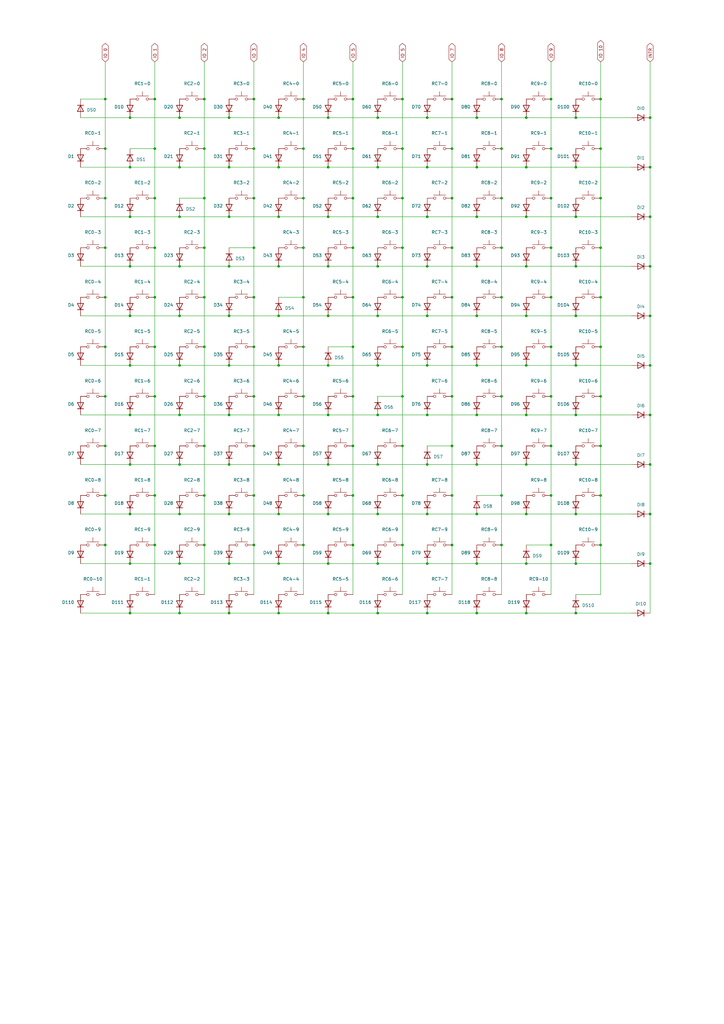
<source format=kicad_sch>
(kicad_sch (version 20230121) (generator eeschema)
  (paper "A3" portrait)
  (junction (at 165.1 142.24))
  (junction (at 266.7 190.5))
  (junction (at 215.9 190.5))
  (junction (at 185.42 101.6))
  (junction (at 104.14 81.28))
  (junction (at 43.18 162.56))
  (junction (at 246.38 40.64))
  (junction (at 165.1 40.64))
  (junction (at 195.58 149.86))
  (junction (at 63.5 101.6))
  (junction (at 165.1 182.88))
  (junction (at 124.46 101.6))
  (junction (at 73.66 149.86))
  (junction (at 134.62 48.26))
  (junction (at 93.98 129.54))
  (junction (at 43.18 223.52))
  (junction (at 43.18 40.64))
  (junction (at 53.34 190.5))
  (junction (at 83.82 40.64))
  (junction (at 53.34 170.18))
  (junction (at 215.9 88.9))
  (junction (at 185.42 81.28))
  (junction (at 104.14 60.96))
  (junction (at 205.74 40.64))
  (junction (at 114.3 170.18))
  (junction (at 195.58 210.82))
  (junction (at 73.66 68.58))
  (junction (at 266.7 170.18))
  (junction (at 93.98 88.9))
  (junction (at 205.74 223.52))
  (junction (at 185.42 40.64))
  (junction (at 154.94 190.5))
  (junction (at 165.1 81.28))
  (junction (at 73.66 210.82))
  (junction (at 226.06 121.92))
  (junction (at 154.94 231.14))
  (junction (at 124.46 40.64))
  (junction (at 134.62 68.58))
  (junction (at 104.14 223.52))
  (junction (at 175.26 231.14))
  (junction (at 154.94 149.86))
  (junction (at 73.66 231.14))
  (junction (at 73.66 170.18))
  (junction (at 93.98 149.86))
  (junction (at 83.82 162.56))
  (junction (at 114.3 88.9))
  (junction (at 124.46 81.28))
  (junction (at 104.14 40.64))
  (junction (at 175.26 109.22))
  (junction (at 266.7 88.9))
  (junction (at 175.26 88.9))
  (junction (at 185.42 60.96))
  (junction (at 144.78 182.88))
  (junction (at 73.66 251.46))
  (junction (at 134.62 190.5))
  (junction (at 215.9 109.22))
  (junction (at 43.18 203.2))
  (junction (at 175.26 251.46))
  (junction (at 236.22 48.26))
  (junction (at 246.38 101.6))
  (junction (at 205.74 142.24))
  (junction (at 114.3 129.54))
  (junction (at 114.3 251.46))
  (junction (at 124.46 121.92))
  (junction (at 53.34 48.26))
  (junction (at 63.5 81.28))
  (junction (at 144.78 223.52))
  (junction (at 165.1 101.6))
  (junction (at 43.18 60.96))
  (junction (at 73.66 109.22))
  (junction (at 53.34 129.54))
  (junction (at 185.42 142.24))
  (junction (at 175.26 68.58))
  (junction (at 215.9 48.26))
  (junction (at 185.42 203.2))
  (junction (at 195.58 231.14))
  (junction (at 215.9 68.58))
  (junction (at 53.34 68.58))
  (junction (at 246.38 121.92))
  (junction (at 236.22 88.9))
  (junction (at 114.3 210.82))
  (junction (at 43.18 182.88))
  (junction (at 266.7 231.14))
  (junction (at 124.46 223.52))
  (junction (at 215.9 231.14))
  (junction (at 246.38 60.96))
  (junction (at 83.82 203.2))
  (junction (at 63.5 203.2))
  (junction (at 104.14 203.2))
  (junction (at 63.5 121.92))
  (junction (at 83.82 60.96))
  (junction (at 246.38 223.52))
  (junction (at 175.26 48.26))
  (junction (at 134.62 251.46))
  (junction (at 63.5 162.56))
  (junction (at 43.18 101.6))
  (junction (at 134.62 129.54))
  (junction (at 154.94 48.26))
  (junction (at 63.5 40.64))
  (junction (at 246.38 81.28))
  (junction (at 73.66 88.9))
  (junction (at 205.74 162.56))
  (junction (at 73.66 48.26))
  (junction (at 154.94 251.46))
  (junction (at 53.34 251.46))
  (junction (at 226.06 101.6))
  (junction (at 93.98 109.22))
  (junction (at 53.34 149.86))
  (junction (at 236.22 251.46))
  (junction (at 43.18 142.24))
  (junction (at 246.38 182.88))
  (junction (at 236.22 210.82))
  (junction (at 236.22 190.5))
  (junction (at 104.14 121.92))
  (junction (at 93.98 170.18))
  (junction (at 53.34 88.9))
  (junction (at 246.38 203.2))
  (junction (at 104.14 142.24))
  (junction (at 185.42 162.56))
  (junction (at 83.82 81.28))
  (junction (at 93.98 251.46))
  (junction (at 144.78 121.92))
  (junction (at 195.58 88.9))
  (junction (at 246.38 142.24))
  (junction (at 205.74 203.2))
  (junction (at 215.9 170.18))
  (junction (at 205.74 182.88))
  (junction (at 266.7 48.26))
  (junction (at 236.22 68.58))
  (junction (at 93.98 48.26))
  (junction (at 195.58 129.54))
  (junction (at 134.62 88.9))
  (junction (at 93.98 231.14))
  (junction (at 63.5 60.96))
  (junction (at 195.58 251.46))
  (junction (at 124.46 60.96))
  (junction (at 226.06 142.24))
  (junction (at 215.9 129.54))
  (junction (at 93.98 190.5))
  (junction (at 185.42 182.88))
  (junction (at 114.3 231.14))
  (junction (at 246.38 162.56))
  (junction (at 185.42 223.52))
  (junction (at 63.5 182.88))
  (junction (at 165.1 121.92))
  (junction (at 165.1 162.56))
  (junction (at 266.7 149.86))
  (junction (at 144.78 142.24))
  (junction (at 104.14 162.56))
  (junction (at 195.58 68.58))
  (junction (at 226.06 162.56))
  (junction (at 63.5 223.52))
  (junction (at 124.46 203.2))
  (junction (at 83.82 121.92))
  (junction (at 205.74 60.96))
  (junction (at 114.3 190.5))
  (junction (at 154.94 129.54))
  (junction (at 266.7 68.58))
  (junction (at 154.94 68.58))
  (junction (at 53.34 109.22))
  (junction (at 205.74 101.6))
  (junction (at 175.26 190.5))
  (junction (at 175.26 149.86))
  (junction (at 226.06 182.88))
  (junction (at 154.94 88.9))
  (junction (at 144.78 81.28))
  (junction (at 175.26 170.18))
  (junction (at 83.82 101.6))
  (junction (at 83.82 223.52))
  (junction (at 134.62 149.86))
  (junction (at 165.1 60.96))
  (junction (at 134.62 170.18))
  (junction (at 93.98 68.58))
  (junction (at 236.22 109.22))
  (junction (at 124.46 182.88))
  (junction (at 266.7 109.22))
  (junction (at 114.3 68.58))
  (junction (at 83.82 182.88))
  (junction (at 43.18 121.92))
  (junction (at 195.58 109.22))
  (junction (at 144.78 60.96))
  (junction (at 266.7 210.82))
  (junction (at 124.46 162.56))
  (junction (at 226.06 60.96))
  (junction (at 195.58 190.5))
  (junction (at 63.5 142.24))
  (junction (at 205.74 121.92))
  (junction (at 53.34 210.82))
  (junction (at 205.74 81.28))
  (junction (at 144.78 203.2))
  (junction (at 83.82 142.24))
  (junction (at 144.78 101.6))
  (junction (at 154.94 210.82))
  (junction (at 236.22 231.14))
  (junction (at 185.42 121.92))
  (junction (at 236.22 170.18))
  (junction (at 226.06 81.28))
  (junction (at 195.58 170.18))
  (junction (at 114.3 48.26))
  (junction (at 154.94 109.22))
  (junction (at 93.98 210.82))
  (junction (at 215.9 251.46))
  (junction (at 236.22 129.54))
  (junction (at 165.1 223.52))
  (junction (at 175.26 129.54))
  (junction (at 215.9 149.86))
  (junction (at 154.94 170.18))
  (junction (at 175.26 210.82))
  (junction (at 226.06 40.64))
  (junction (at 165.1 203.2))
  (junction (at 215.9 210.82))
  (junction (at 114.3 149.86))
  (junction (at 104.14 182.88))
  (junction (at 134.62 109.22))
  (junction (at 104.14 101.6))
  (junction (at 134.62 231.14))
  (junction (at 134.62 210.82))
  (junction (at 226.06 223.52))
  (junction (at 43.18 81.28))
  (junction (at 226.06 203.2))
  (junction (at 53.34 231.14))
  (junction (at 124.46 142.24))
  (junction (at 144.78 162.56))
  (junction (at 266.7 129.54))
  (junction (at 195.58 48.26))
  (junction (at 73.66 129.54))
  (junction (at 73.66 190.5))
  (junction (at 114.3 109.22))
  (junction (at 144.78 40.64))
  (junction (at 236.22 149.86))
  (wire (pts (xy 83.82 60.96) (xy 83.82 81.28)))
  (wire (pts (xy 144.78 25.4) (xy 144.78 40.64)))
  (wire (pts (xy 93.98 88.9) (xy 114.3 88.9)))
  (wire (pts (xy 215.9 129.54) (xy 236.22 129.54)))
  (wire (pts (xy 205.74 182.88) (xy 205.74 203.2)))
  (wire (pts (xy 185.42 203.2) (xy 185.42 223.52)))
  (wire (pts (xy 236.22 129.54) (xy 259.08 129.54)))
  (wire (pts (xy 205.74 203.2) (xy 205.74 223.52)))
  (wire (pts (xy 63.5 60.96) (xy 63.5 81.28)))
  (wire (pts (xy 185.42 162.56) (xy 185.42 182.88)))
  (wire (pts (xy 73.66 109.22) (xy 93.98 109.22)))
  (wire (pts (xy 226.06 81.28) (xy 226.06 101.6)))
  (wire (pts (xy 114.3 48.26) (xy 134.62 48.26)))
  (wire (pts (xy 226.06 182.88) (xy 226.06 203.2)))
  (wire (pts (xy 246.38 121.92) (xy 246.38 142.24)))
  (wire (pts (xy 175.26 109.22) (xy 195.58 109.22)))
  (wire (pts (xy 266.7 68.58) (xy 266.7 88.9)))
  (wire (pts (xy 154.94 48.26) (xy 175.26 48.26)))
  (wire (pts (xy 266.7 231.14) (xy 266.7 251.46)))
  (wire (pts (xy 195.58 203.2) (xy 205.74 203.2)))
  (wire (pts (xy 53.34 231.14) (xy 73.66 231.14)))
  (wire (pts (xy 43.18 182.88) (xy 43.18 203.2)))
  (wire (pts (xy 43.18 40.64) (xy 43.18 60.96)))
  (wire (pts (xy 63.5 81.28) (xy 63.5 101.6)))
  (wire (pts (xy 104.14 101.6) (xy 104.14 121.92)))
  (wire (pts (xy 73.66 48.26) (xy 93.98 48.26)))
  (wire (pts (xy 63.5 182.88) (xy 63.5 203.2)))
  (wire (pts (xy 154.94 68.58) (xy 175.26 68.58)))
  (wire (pts (xy 134.62 210.82) (xy 154.94 210.82)))
  (wire (pts (xy 93.98 190.5) (xy 114.3 190.5)))
  (wire (pts (xy 246.38 203.2) (xy 246.38 223.52)))
  (wire (pts (xy 205.74 142.24) (xy 205.74 162.56)))
  (wire (pts (xy 104.14 25.4) (xy 104.14 40.64)))
  (wire (pts (xy 165.1 203.2) (xy 165.1 223.52)))
  (wire (pts (xy 73.66 81.28) (xy 83.82 81.28)))
  (wire (pts (xy 205.74 223.52) (xy 205.74 243.84)))
  (wire (pts (xy 114.3 68.58) (xy 134.62 68.58)))
  (wire (pts (xy 236.22 68.58) (xy 259.08 68.58)))
  (wire (pts (xy 63.5 40.64) (xy 63.5 60.96)))
  (wire (pts (xy 83.82 203.2) (xy 83.82 223.52)))
  (wire (pts (xy 33.02 129.54) (xy 53.34 129.54)))
  (wire (pts (xy 185.42 40.64) (xy 185.42 60.96)))
  (wire (pts (xy 53.34 129.54) (xy 73.66 129.54)))
  (wire (pts (xy 83.82 162.56) (xy 83.82 182.88)))
  (wire (pts (xy 215.9 88.9) (xy 236.22 88.9)))
  (wire (pts (xy 33.02 109.22) (xy 53.34 109.22)))
  (wire (pts (xy 195.58 68.58) (xy 215.9 68.58)))
  (wire (pts (xy 53.34 68.58) (xy 73.66 68.58)))
  (wire (pts (xy 83.82 101.6) (xy 83.82 121.92)))
  (wire (pts (xy 124.46 121.92) (xy 124.46 142.24)))
  (wire (pts (xy 53.34 60.96) (xy 63.5 60.96)))
  (wire (pts (xy 114.3 149.86) (xy 134.62 149.86)))
  (wire (pts (xy 195.58 170.18) (xy 215.9 170.18)))
  (wire (pts (xy 165.1 162.56) (xy 165.1 182.88)))
  (wire (pts (xy 165.1 60.96) (xy 165.1 81.28)))
  (wire (pts (xy 53.34 109.22) (xy 73.66 109.22)))
  (wire (pts (xy 195.58 48.26) (xy 215.9 48.26)))
  (wire (pts (xy 124.46 25.4) (xy 124.46 40.64)))
  (wire (pts (xy 73.66 68.58) (xy 93.98 68.58)))
  (wire (pts (xy 215.9 223.52) (xy 226.06 223.52)))
  (wire (pts (xy 165.1 182.88) (xy 165.1 203.2)))
  (wire (pts (xy 63.5 223.52) (xy 63.5 243.84)))
  (wire (pts (xy 185.42 223.52) (xy 185.42 243.84)))
  (wire (pts (xy 175.26 231.14) (xy 195.58 231.14)))
  (wire (pts (xy 154.94 88.9) (xy 175.26 88.9)))
  (wire (pts (xy 236.22 48.26) (xy 259.08 48.26)))
  (wire (pts (xy 266.7 210.82) (xy 266.7 231.14)))
  (wire (pts (xy 134.62 68.58) (xy 154.94 68.58)))
  (wire (pts (xy 63.5 121.92) (xy 63.5 142.24)))
  (wire (pts (xy 134.62 251.46) (xy 154.94 251.46)))
  (wire (pts (xy 114.3 190.5) (xy 134.62 190.5)))
  (wire (pts (xy 195.58 109.22) (xy 215.9 109.22)))
  (wire (pts (xy 226.06 25.4) (xy 226.06 40.64)))
  (wire (pts (xy 43.18 223.52) (xy 43.18 243.84)))
  (wire (pts (xy 154.94 231.14) (xy 175.26 231.14)))
  (wire (pts (xy 226.06 60.96) (xy 226.06 81.28)))
  (wire (pts (xy 73.66 170.18) (xy 93.98 170.18)))
  (wire (pts (xy 165.1 121.92) (xy 165.1 142.24)))
  (wire (pts (xy 73.66 190.5) (xy 93.98 190.5)))
  (wire (pts (xy 134.62 170.18) (xy 154.94 170.18)))
  (wire (pts (xy 53.34 170.18) (xy 73.66 170.18)))
  (wire (pts (xy 43.18 60.96) (xy 43.18 81.28)))
  (wire (pts (xy 154.94 129.54) (xy 175.26 129.54)))
  (wire (pts (xy 215.9 48.26) (xy 236.22 48.26)))
  (wire (pts (xy 114.3 88.9) (xy 134.62 88.9)))
  (wire (pts (xy 226.06 121.92) (xy 226.06 142.24)))
  (wire (pts (xy 124.46 81.28) (xy 124.46 101.6)))
  (wire (pts (xy 104.14 182.88) (xy 104.14 203.2)))
  (wire (pts (xy 215.9 149.86) (xy 236.22 149.86)))
  (wire (pts (xy 63.5 203.2) (xy 63.5 223.52)))
  (wire (pts (xy 73.66 251.46) (xy 93.98 251.46)))
  (wire (pts (xy 165.1 81.28) (xy 165.1 101.6)))
  (wire (pts (xy 266.7 190.5) (xy 266.7 210.82)))
  (wire (pts (xy 226.06 162.56) (xy 226.06 182.88)))
  (wire (pts (xy 215.9 190.5) (xy 236.22 190.5)))
  (wire (pts (xy 33.02 190.5) (xy 53.34 190.5)))
  (wire (pts (xy 53.34 190.5) (xy 73.66 190.5)))
  (wire (pts (xy 236.22 210.82) (xy 259.08 210.82)))
  (wire (pts (xy 104.14 60.96) (xy 104.14 81.28)))
  (wire (pts (xy 93.98 231.14) (xy 114.3 231.14)))
  (wire (pts (xy 104.14 81.28) (xy 104.14 101.6)))
  (wire (pts (xy 154.94 190.5) (xy 175.26 190.5)))
  (wire (pts (xy 154.94 149.86) (xy 175.26 149.86)))
  (wire (pts (xy 215.9 170.18) (xy 236.22 170.18)))
  (wire (pts (xy 134.62 48.26) (xy 154.94 48.26)))
  (wire (pts (xy 246.38 142.24) (xy 246.38 162.56)))
  (wire (pts (xy 93.98 210.82) (xy 114.3 210.82)))
  (wire (pts (xy 236.22 231.14) (xy 259.08 231.14)))
  (wire (pts (xy 53.34 88.9) (xy 73.66 88.9)))
  (wire (pts (xy 124.46 203.2) (xy 124.46 223.52)))
  (wire (pts (xy 33.02 210.82) (xy 53.34 210.82)))
  (wire (pts (xy 195.58 210.82) (xy 215.9 210.82)))
  (wire (pts (xy 93.98 109.22) (xy 114.3 109.22)))
  (wire (pts (xy 134.62 109.22) (xy 154.94 109.22)))
  (wire (pts (xy 154.94 109.22) (xy 175.26 109.22)))
  (wire (pts (xy 165.1 223.52) (xy 165.1 243.84)))
  (wire (pts (xy 144.78 223.52) (xy 144.78 243.84)))
  (wire (pts (xy 33.02 68.58) (xy 53.34 68.58)))
  (wire (pts (xy 134.62 149.86) (xy 154.94 149.86)))
  (wire (pts (xy 134.62 190.5) (xy 154.94 190.5)))
  (wire (pts (xy 134.62 231.14) (xy 154.94 231.14)))
  (wire (pts (xy 165.1 40.64) (xy 165.1 60.96)))
  (wire (pts (xy 114.3 251.46) (xy 134.62 251.46)))
  (wire (pts (xy 195.58 129.54) (xy 215.9 129.54)))
  (wire (pts (xy 246.38 60.96) (xy 246.38 81.28)))
  (wire (pts (xy 205.74 40.64) (xy 205.74 60.96)))
  (wire (pts (xy 266.7 149.86) (xy 266.7 170.18)))
  (wire (pts (xy 205.74 162.56) (xy 205.74 182.88)))
  (wire (pts (xy 266.7 88.9) (xy 266.7 109.22)))
  (wire (pts (xy 134.62 129.54) (xy 154.94 129.54)))
  (wire (pts (xy 43.18 121.92) (xy 43.18 142.24)))
  (wire (pts (xy 33.02 48.26) (xy 53.34 48.26)))
  (wire (pts (xy 93.98 149.86) (xy 114.3 149.86)))
  (wire (pts (xy 266.7 25.4) (xy 266.7 48.26)))
  (wire (pts (xy 73.66 88.9) (xy 93.98 88.9)))
  (wire (pts (xy 33.02 40.64) (xy 43.18 40.64)))
  (wire (pts (xy 195.58 88.9) (xy 215.9 88.9)))
  (wire (pts (xy 185.42 142.24) (xy 185.42 162.56)))
  (wire (pts (xy 236.22 251.46) (xy 259.08 251.46)))
  (wire (pts (xy 236.22 88.9) (xy 259.08 88.9)))
  (wire (pts (xy 104.14 203.2) (xy 104.14 223.52)))
  (wire (pts (xy 165.1 25.4) (xy 165.1 40.64)))
  (wire (pts (xy 134.62 88.9) (xy 154.94 88.9)))
  (wire (pts (xy 93.98 251.46) (xy 114.3 251.46)))
  (wire (pts (xy 215.9 210.82) (xy 236.22 210.82)))
  (wire (pts (xy 104.14 162.56) (xy 104.14 182.88)))
  (wire (pts (xy 53.34 210.82) (xy 73.66 210.82)))
  (wire (pts (xy 93.98 48.26) (xy 114.3 48.26)))
  (wire (pts (xy 104.14 142.24) (xy 104.14 162.56)))
  (wire (pts (xy 266.7 48.26) (xy 266.7 68.58)))
  (wire (pts (xy 33.02 88.9) (xy 53.34 88.9)))
  (wire (pts (xy 124.46 101.6) (xy 124.46 121.92)))
  (wire (pts (xy 124.46 142.24) (xy 124.46 162.56)))
  (wire (pts (xy 185.42 60.96) (xy 185.42 81.28)))
  (wire (pts (xy 175.26 170.18) (xy 195.58 170.18)))
  (wire (pts (xy 205.74 101.6) (xy 205.74 121.92)))
  (wire (pts (xy 33.02 251.46) (xy 53.34 251.46)))
  (wire (pts (xy 195.58 190.5) (xy 215.9 190.5)))
  (wire (pts (xy 114.3 109.22) (xy 134.62 109.22)))
  (wire (pts (xy 185.42 182.88) (xy 185.42 203.2)))
  (wire (pts (xy 53.34 48.26) (xy 73.66 48.26)))
  (wire (pts (xy 165.1 101.6) (xy 165.1 121.92)))
  (wire (pts (xy 83.82 182.88) (xy 83.82 203.2)))
  (wire (pts (xy 93.98 101.6) (xy 104.14 101.6)))
  (wire (pts (xy 114.3 231.14) (xy 134.62 231.14)))
  (wire (pts (xy 215.9 251.46) (xy 236.22 251.46)))
  (wire (pts (xy 246.38 25.4) (xy 246.38 40.64)))
  (wire (pts (xy 124.46 40.64) (xy 124.46 60.96)))
  (wire (pts (xy 215.9 109.22) (xy 236.22 109.22)))
  (wire (pts (xy 154.94 162.56) (xy 165.1 162.56)))
  (wire (pts (xy 226.06 101.6) (xy 226.06 121.92)))
  (wire (pts (xy 175.26 251.46) (xy 195.58 251.46)))
  (wire (pts (xy 53.34 149.86) (xy 73.66 149.86)))
  (wire (pts (xy 93.98 129.54) (xy 114.3 129.54)))
  (wire (pts (xy 114.3 210.82) (xy 134.62 210.82)))
  (wire (pts (xy 175.26 88.9) (xy 195.58 88.9)))
  (wire (pts (xy 83.82 121.92) (xy 83.82 142.24)))
  (wire (pts (xy 104.14 223.52) (xy 104.14 243.84)))
  (wire (pts (xy 175.26 48.26) (xy 195.58 48.26)))
  (wire (pts (xy 93.98 68.58) (xy 114.3 68.58)))
  (wire (pts (xy 246.38 162.56) (xy 246.38 182.88)))
  (wire (pts (xy 175.26 68.58) (xy 195.58 68.58)))
  (wire (pts (xy 236.22 170.18) (xy 259.08 170.18)))
  (wire (pts (xy 114.3 170.18) (xy 134.62 170.18)))
  (wire (pts (xy 73.66 129.54) (xy 93.98 129.54)))
  (wire (pts (xy 124.46 223.52) (xy 124.46 243.84)))
  (wire (pts (xy 154.94 210.82) (xy 175.26 210.82)))
  (wire (pts (xy 144.78 101.6) (xy 144.78 121.92)))
  (wire (pts (xy 175.26 210.82) (xy 195.58 210.82)))
  (wire (pts (xy 83.82 81.28) (xy 83.82 101.6)))
  (wire (pts (xy 226.06 223.52) (xy 226.06 243.84)))
  (wire (pts (xy 266.7 170.18) (xy 266.7 190.5)))
  (wire (pts (xy 43.18 101.6) (xy 43.18 121.92)))
  (wire (pts (xy 195.58 251.46) (xy 215.9 251.46)))
  (wire (pts (xy 144.78 121.92) (xy 144.78 142.24)))
  (wire (pts (xy 73.66 210.82) (xy 93.98 210.82)))
  (wire (pts (xy 205.74 60.96) (xy 205.74 81.28)))
  (wire (pts (xy 63.5 25.4) (xy 63.5 40.64)))
  (wire (pts (xy 246.38 182.88) (xy 246.38 203.2)))
  (wire (pts (xy 104.14 121.92) (xy 104.14 142.24)))
  (wire (pts (xy 124.46 182.88) (xy 124.46 203.2)))
  (wire (pts (xy 236.22 243.84) (xy 246.38 243.84)))
  (wire (pts (xy 175.26 182.88) (xy 185.42 182.88)))
  (wire (pts (xy 124.46 162.56) (xy 124.46 182.88)))
  (wire (pts (xy 246.38 101.6) (xy 246.38 121.92)))
  (wire (pts (xy 124.46 60.96) (xy 124.46 81.28)))
  (wire (pts (xy 175.26 149.86) (xy 195.58 149.86)))
  (wire (pts (xy 144.78 142.24) (xy 144.78 162.56)))
  (wire (pts (xy 154.94 251.46) (xy 175.26 251.46)))
  (wire (pts (xy 246.38 40.64) (xy 246.38 60.96)))
  (wire (pts (xy 236.22 149.86) (xy 259.08 149.86)))
  (wire (pts (xy 266.7 109.22) (xy 266.7 129.54)))
  (wire (pts (xy 185.42 121.92) (xy 185.42 142.24)))
  (wire (pts (xy 83.82 40.64) (xy 83.82 60.96)))
  (wire (pts (xy 83.82 25.4) (xy 83.82 40.64)))
  (wire (pts (xy 73.66 149.86) (xy 93.98 149.86)))
  (wire (pts (xy 195.58 231.14) (xy 215.9 231.14)))
  (wire (pts (xy 144.78 40.64) (xy 144.78 60.96)))
  (wire (pts (xy 185.42 25.4) (xy 185.42 40.64)))
  (wire (pts (xy 205.74 25.4) (xy 205.74 40.64)))
  (wire (pts (xy 226.06 142.24) (xy 226.06 162.56)))
  (wire (pts (xy 43.18 162.56) (xy 43.18 182.88)))
  (wire (pts (xy 185.42 101.6) (xy 185.42 121.92)))
  (wire (pts (xy 43.18 142.24) (xy 43.18 162.56)))
  (wire (pts (xy 144.78 182.88) (xy 144.78 203.2)))
  (wire (pts (xy 205.74 81.28) (xy 205.74 101.6)))
  (wire (pts (xy 83.82 223.52) (xy 83.82 243.84)))
  (wire (pts (xy 33.02 149.86) (xy 53.34 149.86)))
  (wire (pts (xy 63.5 142.24) (xy 63.5 162.56)))
  (wire (pts (xy 205.74 121.92) (xy 205.74 142.24)))
  (wire (pts (xy 165.1 142.24) (xy 165.1 162.56)))
  (wire (pts (xy 33.02 170.18) (xy 53.34 170.18)))
  (wire (pts (xy 43.18 81.28) (xy 43.18 101.6)))
  (wire (pts (xy 266.7 129.54) (xy 266.7 149.86)))
  (wire (pts (xy 226.06 203.2) (xy 226.06 223.52)))
  (wire (pts (xy 93.98 170.18) (xy 114.3 170.18)))
  (wire (pts (xy 144.78 81.28) (xy 144.78 101.6)))
  (wire (pts (xy 175.26 190.5) (xy 195.58 190.5)))
  (wire (pts (xy 114.3 121.92) (xy 124.46 121.92)))
  (wire (pts (xy 215.9 231.14) (xy 236.22 231.14)))
  (wire (pts (xy 236.22 190.5) (xy 259.08 190.5)))
  (wire (pts (xy 53.34 251.46) (xy 73.66 251.46)))
  (wire (pts (xy 114.3 129.54) (xy 134.62 129.54)))
  (wire (pts (xy 246.38 243.84) (xy 246.38 223.52)))
  (wire (pts (xy 195.58 149.86) (xy 215.9 149.86)))
  (wire (pts (xy 63.5 101.6) (xy 63.5 121.92)))
  (wire (pts (xy 43.18 203.2) (xy 43.18 223.52)))
  (wire (pts (xy 154.94 170.18) (xy 175.26 170.18)))
  (wire (pts (xy 104.14 40.64) (xy 104.14 60.96)))
  (wire (pts (xy 144.78 162.56) (xy 144.78 182.88)))
  (wire (pts (xy 144.78 203.2) (xy 144.78 223.52)))
  (wire (pts (xy 144.78 60.96) (xy 144.78 81.28)))
  (wire (pts (xy 236.22 109.22) (xy 259.08 109.22)))
  (wire (pts (xy 73.66 231.14) (xy 93.98 231.14)))
  (wire (pts (xy 63.5 162.56) (xy 63.5 182.88)))
  (wire (pts (xy 134.62 142.24) (xy 144.78 142.24)))
  (wire (pts (xy 246.38 81.28) (xy 246.38 101.6)))
  (wire (pts (xy 33.02 231.14) (xy 53.34 231.14)))
  (wire (pts (xy 175.26 129.54) (xy 195.58 129.54)))
  (wire (pts (xy 215.9 68.58) (xy 236.22 68.58)))
  (wire (pts (xy 226.06 40.64) (xy 226.06 60.96)))
  (wire (pts (xy 43.18 25.4) (xy 43.18 40.64)))
  (wire (pts (xy 83.82 142.24) (xy 83.82 162.56)))
  (wire (pts (xy 185.42 81.28) (xy 185.42 101.6)))
  (global_label "IO 3" (shape bidirectional) (at 104.14 25.4 90) (property "Intersheetrefs" "${INTERSHEET_REFS}" (effects hide)))
  (global_label "IO 1" (shape bidirectional) (at 63.5 25.4 90) (property "Intersheetrefs" "${INTERSHEET_REFS}" (effects hide)))
  (global_label "IO 9" (shape bidirectional) (at 226.06 25.4 90) (property "Intersheetrefs" "${INTERSHEET_REFS}" (effects hide)))
  (global_label "IO 7" (shape bidirectional) (at 185.42 25.4 90) (property "Intersheetrefs" "${INTERSHEET_REFS}" (effects hide)))
  (global_label "IO 0" (shape bidirectional) (at 43.18 25.4 90) (property "Intersheetrefs" "${INTERSHEET_REFS}" (effects hide)))
  (global_label "INTR" (shape bidirectional) (at 266.7 25.4 90) (property "Intersheetrefs" "${INTERSHEET_REFS}" (effects hide)))
  (global_label "IO 10" (shape bidirectional) (at 246.38 25.4 90) (property "Intersheetrefs" "${INTERSHEET_REFS}" (effects hide)))
  (global_label "IO 2" (shape bidirectional) (at 83.82 25.4 90) (property "Intersheetrefs" "${INTERSHEET_REFS}" (effects hide)))
  (global_label "IO 5" (shape bidirectional) (at 165.1 25.4 90) (property "Intersheetrefs" "${INTERSHEET_REFS}" (effects hide)))
  (global_label "IO 5" (shape bidirectional) (at 144.78 25.4 90) (property "Intersheetrefs" "${INTERSHEET_REFS}" (effects hide)))
  (global_label "IO 8" (shape bidirectional) (at 205.74 25.4 90) (property "Intersheetrefs" "${INTERSHEET_REFS}" (effects hide)))
  (global_label "IO 4" (shape bidirectional) (at 124.46 25.4 90) (property "Intersheetrefs" "${INTERSHEET_REFS}" (effects hide)))
  (symbol (lib_id "Diode:1N4148") (at 262.89 251.46 0) (mirror y) (unit 1)
    (property "Reference" "DI10" (at 262.89 247.65 0))
    (property "Value" "1N4148" (effects hide))
    (property "Footprint" "Diode_THT:D_DO-35_SOD27_P7.62mm_Horizontal" (effects hide))
    (property "Datasheet" "https://assets.nexperia.com/documents/data-sheet/1N4148_1N4448.pdf" (effects hide))
    (property "Sim.Device" "D" (effects hide))
    (property "Sim.Pins" "1=K 2=A" (effects hide))
  )
  (symbol (lib_id "Diode:1N4148") (at 262.89 190.5 0) (mirror y) (unit 1)
    (property "Reference" "DI7" (at 262.89 186.69 0))
    (property "Value" "1N4148" (effects hide))
    (property "Footprint" "Diode_THT:D_DO-35_SOD27_P7.62mm_Horizontal" (effects hide))
    (property "Datasheet" "https://assets.nexperia.com/documents/data-sheet/1N4148_1N4448.pdf" (effects hide))
    (property "Sim.Device" "D" (effects hide))
    (property "Sim.Pins" "1=K 2=A" (effects hide))
  )
  (symbol (lib_id "Diode:1N4148") (at 154.94 85.09 270) (mirror x) (unit 1)
    (property "Reference" "D62" (at 152.4 84.455 90) (effects (justify right)))
    (property "Value" "1N4148" (effects hide))
    (property "Footprint" "Diode_THT:D_DO-35_SOD27_P7.62mm_Horizontal" (effects hide))
    (property "Datasheet" "https://assets.nexperia.com/documents/data-sheet/1N4148_1N4448.pdf" (effects hide))
    (property "Sim.Device" "D" (effects hide))
    (property "Sim.Pins" "1=K 2=A" (effects hide))
  )
  (symbol (lib_id "Diode:1N4148") (at 53.34 64.77 90) (mirror x) (unit 1)
    (property "Reference" "DS1" (at 55.88 65.405 90) (effects (justify right)))
    (property "Value" "1N4148" (effects hide))
    (property "Footprint" "Diode_THT:D_DO-35_SOD27_P7.62mm_Horizontal" (effects hide))
    (property "Datasheet" "https://assets.nexperia.com/documents/data-sheet/1N4148_1N4448.pdf" (effects hide))
    (property "Sim.Device" "D" (effects hide))
    (property "Sim.Pins" "1=K 2=A" (effects hide))
  )
  (symbol (lib_id "Diode:1N4148") (at 114.3 247.65 270) (mirror x) (unit 1)
    (property "Reference" "D114" (at 111.76 247.015 90) (effects (justify right)))
    (property "Value" "1N4148" (effects hide))
    (property "Footprint" "Diode_THT:D_DO-35_SOD27_P7.62mm_Horizontal" (effects hide))
    (property "Datasheet" "https://assets.nexperia.com/documents/data-sheet/1N4148_1N4448.pdf" (effects hide))
    (property "Sim.Device" "D" (effects hide))
    (property "Sim.Pins" "1=K 2=A" (effects hide))
  )
  (symbol (lib_id "Diode:1N4148") (at 33.02 44.45 90) (mirror x) (unit 1)
    (property "Reference" "DS0" (at 35.56 45.085 90) (effects (justify right)))
    (property "Value" "1N4148" (effects hide))
    (property "Footprint" "Diode_THT:D_DO-35_SOD27_P7.62mm_Horizontal" (effects hide))
    (property "Datasheet" "https://assets.nexperia.com/documents/data-sheet/1N4148_1N4448.pdf" (effects hide))
    (property "Sim.Device" "D" (effects hide))
    (property "Sim.Pins" "1=K 2=A" (effects hide))
  )
  (symbol (lib_id "Switch:SW_Push") (at 220.98 60.96 0) (mirror y) (unit 1)
    (property "Reference" "RC9-1" (at 220.98 54.61 0))
    (property "Value" "SW_Push" (effects hide))
  )
  (symbol (lib_id "Diode:1N4148") (at 114.3 44.45 270) (mirror x) (unit 1)
    (property "Reference" "D40" (at 111.76 43.815 90) (effects (justify right)))
    (property "Value" "1N4148" (effects hide))
    (property "Footprint" "Diode_THT:D_DO-35_SOD27_P7.62mm_Horizontal" (effects hide))
    (property "Datasheet" "https://assets.nexperia.com/documents/data-sheet/1N4148_1N4448.pdf" (effects hide))
    (property "Sim.Device" "D" (effects hide))
    (property "Sim.Pins" "1=K 2=A" (effects hide))
  )
  (symbol (lib_id "Diode:1N4148") (at 262.89 149.86 0) (mirror y) (unit 1)
    (property "Reference" "DI5" (at 262.89 146.05 0))
    (property "Value" "1N4148" (effects hide))
    (property "Footprint" "Diode_THT:D_DO-35_SOD27_P7.62mm_Horizontal" (effects hide))
    (property "Datasheet" "https://assets.nexperia.com/documents/data-sheet/1N4148_1N4448.pdf" (effects hide))
    (property "Sim.Device" "D" (effects hide))
    (property "Sim.Pins" "1=K 2=A" (effects hide))
  )
  (symbol (lib_id "Diode:1N4148") (at 262.89 170.18 0) (mirror y) (unit 1)
    (property "Reference" "DI6" (at 262.89 166.37 0))
    (property "Value" "1N4148" (effects hide))
    (property "Footprint" "Diode_THT:D_DO-35_SOD27_P7.62mm_Horizontal" (effects hide))
    (property "Datasheet" "https://assets.nexperia.com/documents/data-sheet/1N4148_1N4448.pdf" (effects hide))
    (property "Sim.Device" "D" (effects hide))
    (property "Sim.Pins" "1=K 2=A" (effects hide))
  )
  (symbol (lib_id "Switch:SW_Push") (at 180.34 223.52 0) (mirror y) (unit 1)
    (property "Reference" "RC7-9" (at 180.34 217.17 0))
    (property "Value" "SW_Push" (effects hide))
  )
  (symbol (lib_id "Switch:SW_Push") (at 119.38 40.64 0) (mirror y) (unit 1)
    (property "Reference" "RC4-0" (at 119.38 34.29 0))
    (property "Value" "SW_Push" (effects hide))
  )
  (symbol (lib_id "Diode:1N4148") (at 33.02 146.05 270) (mirror x) (unit 1)
    (property "Reference" "D5" (at 30.48 145.415 90) (effects (justify right)))
    (property "Value" "1N4148" (effects hide))
    (property "Footprint" "Diode_THT:D_DO-35_SOD27_P7.62mm_Horizontal" (effects hide))
    (property "Datasheet" "https://assets.nexperia.com/documents/data-sheet/1N4148_1N4448.pdf" (effects hide))
    (property "Sim.Device" "D" (effects hide))
    (property "Sim.Pins" "1=K 2=A" (effects hide))
  )
  (symbol (lib_id "Switch:SW_Push") (at 139.7 121.92 0) (mirror y) (unit 1)
    (property "Reference" "RC5-4" (at 139.7 115.57 0))
    (property "Value" "SW_Push" (effects hide))
  )
  (symbol (lib_id "Diode:1N4148") (at 154.94 64.77 270) (mirror x) (unit 1)
    (property "Reference" "D61" (at 152.4 64.135 90) (effects (justify right)))
    (property "Value" "1N4148" (effects hide))
    (property "Footprint" "Diode_THT:D_DO-35_SOD27_P7.62mm_Horizontal" (effects hide))
    (property "Datasheet" "https://assets.nexperia.com/documents/data-sheet/1N4148_1N4448.pdf" (effects hide))
    (property "Sim.Device" "D" (effects hide))
    (property "Sim.Pins" "1=K 2=A" (effects hide))
  )
  (symbol (lib_id "Switch:SW_Push") (at 241.3 101.6 0) (mirror y) (unit 1)
    (property "Reference" "RC10-3" (at 241.3 95.25 0))
    (property "Value" "SW_Push" (effects hide))
  )
  (symbol (lib_id "Switch:SW_Push") (at 200.66 60.96 0) (mirror y) (unit 1)
    (property "Reference" "RC8-1" (at 200.66 54.61 0))
    (property "Value" "SW_Push" (effects hide))
  )
  (symbol (lib_id "Diode:1N4148") (at 215.9 186.69 270) (mirror x) (unit 1)
    (property "Reference" "D97" (at 213.36 186.055 90) (effects (justify right)))
    (property "Value" "1N4148" (effects hide))
    (property "Footprint" "Diode_THT:D_DO-35_SOD27_P7.62mm_Horizontal" (effects hide))
    (property "Datasheet" "https://assets.nexperia.com/documents/data-sheet/1N4148_1N4448.pdf" (effects hide))
    (property "Sim.Device" "D" (effects hide))
    (property "Sim.Pins" "1=K 2=A" (effects hide))
  )
  (symbol (lib_id "Diode:1N4148") (at 175.26 247.65 270) (mirror x) (unit 1)
    (property "Reference" "D117" (at 172.72 247.015 90) (effects (justify right)))
    (property "Value" "1N4148" (effects hide))
    (property "Footprint" "Diode_THT:D_DO-35_SOD27_P7.62mm_Horizontal" (effects hide))
    (property "Datasheet" "https://assets.nexperia.com/documents/data-sheet/1N4148_1N4448.pdf" (effects hide))
    (property "Sim.Device" "D" (effects hide))
    (property "Sim.Pins" "1=K 2=A" (effects hide))
  )
  (symbol (lib_id "Diode:1N4148") (at 154.94 146.05 270) (mirror x) (unit 1)
    (property "Reference" "D65" (at 152.4 145.415 90) (effects (justify right)))
    (property "Value" "1N4148" (effects hide))
    (property "Footprint" "Diode_THT:D_DO-35_SOD27_P7.62mm_Horizontal" (effects hide))
    (property "Datasheet" "https://assets.nexperia.com/documents/data-sheet/1N4148_1N4448.pdf" (effects hide))
    (property "Sim.Device" "D" (effects hide))
    (property "Sim.Pins" "1=K 2=A" (effects hide))
  )
  (symbol (lib_id "Switch:SW_Push") (at 160.02 121.92 0) (mirror y) (unit 1)
    (property "Reference" "RC6-4" (at 160.02 115.57 0))
    (property "Value" "SW_Push" (effects hide))
  )
  (symbol (lib_id "Diode:1N4148") (at 134.62 207.01 270) (mirror x) (unit 1)
    (property "Reference" "D58" (at 132.08 206.375 90) (effects (justify right)))
    (property "Value" "1N4148" (effects hide))
    (property "Footprint" "Diode_THT:D_DO-35_SOD27_P7.62mm_Horizontal" (effects hide))
    (property "Datasheet" "https://assets.nexperia.com/documents/data-sheet/1N4148_1N4448.pdf" (effects hide))
    (property "Sim.Device" "D" (effects hide))
    (property "Sim.Pins" "1=K 2=A" (effects hide))
  )
  (symbol (lib_id "Switch:SW_Push") (at 99.06 60.96 0) (mirror y) (unit 1)
    (property "Reference" "RC3-1" (at 99.06 54.61 0))
    (property "Value" "SW_Push" (effects hide))
  )
  (symbol (lib_id "Diode:1N4148") (at 262.89 210.82 0) (mirror y) (unit 1)
    (property "Reference" "DI8" (at 262.89 207.01 0))
    (property "Value" "1N4148" (effects hide))
    (property "Footprint" "Diode_THT:D_DO-35_SOD27_P7.62mm_Horizontal" (effects hide))
    (property "Datasheet" "https://assets.nexperia.com/documents/data-sheet/1N4148_1N4448.pdf" (effects hide))
    (property "Sim.Device" "D" (effects hide))
    (property "Sim.Pins" "1=K 2=A" (effects hide))
  )
  (symbol (lib_id "Diode:1N4148") (at 215.9 44.45 270) (mirror x) (unit 1)
    (property "Reference" "D90" (at 213.36 43.815 90) (effects (justify right)))
    (property "Value" "1N4148" (effects hide))
    (property "Footprint" "Diode_THT:D_DO-35_SOD27_P7.62mm_Horizontal" (effects hide))
    (property "Datasheet" "https://assets.nexperia.com/documents/data-sheet/1N4148_1N4448.pdf" (effects hide))
    (property "Sim.Device" "D" (effects hide))
    (property "Sim.Pins" "1=K 2=A" (effects hide))
  )
  (symbol (lib_id "Switch:SW_Push") (at 220.98 162.56 0) (mirror y) (unit 1)
    (property "Reference" "RC9-6" (at 220.98 156.21 0))
    (property "Value" "SW_Push" (effects hide))
  )
  (symbol (lib_id "Switch:SW_Push") (at 119.38 182.88 0) (mirror y) (unit 1)
    (property "Reference" "RC4-7" (at 119.38 176.53 0))
    (property "Value" "SW_Push" (effects hide))
  )
  (symbol (lib_id "Switch:SW_Push") (at 78.74 101.6 0) (mirror y) (unit 1)
    (property "Reference" "RC2-3" (at 78.74 95.25 0))
    (property "Value" "SW_Push" (effects hide))
  )
  (symbol (lib_id "Diode:1N4148") (at 154.94 166.37 90) (mirror x) (unit 1)
    (property "Reference" "DS6" (at 157.48 167.005 90) (effects (justify right)))
    (property "Value" "1N4148" (effects hide))
    (property "Footprint" "Diode_THT:D_DO-35_SOD27_P7.62mm_Horizontal" (effects hide))
    (property "Datasheet" "https://assets.nexperia.com/documents/data-sheet/1N4148_1N4448.pdf" (effects hide))
    (property "Sim.Device" "D" (effects hide))
    (property "Sim.Pins" "1=K 2=A" (effects hide))
  )
  (symbol (lib_id "Diode:1N4148") (at 154.94 105.41 270) (mirror x) (unit 1)
    (property "Reference" "D63" (at 152.4 104.775 90) (effects (justify right)))
    (property "Value" "1N4148" (effects hide))
    (property "Footprint" "Diode_THT:D_DO-35_SOD27_P7.62mm_Horizontal" (effects hide))
    (property "Datasheet" "https://assets.nexperia.com/documents/data-sheet/1N4148_1N4448.pdf" (effects hide))
    (property "Sim.Device" "D" (effects hide))
    (property "Sim.Pins" "1=K 2=A" (effects hide))
  )
  (symbol (lib_id "Diode:1N4148") (at 195.58 247.65 270) (mirror x) (unit 1)
    (property "Reference" "D118" (at 193.04 247.015 90) (effects (justify right)))
    (property "Value" "1N4148" (effects hide))
    (property "Footprint" "Diode_THT:D_DO-35_SOD27_P7.62mm_Horizontal" (effects hide))
    (property "Datasheet" "https://assets.nexperia.com/documents/data-sheet/1N4148_1N4448.pdf" (effects hide))
    (property "Sim.Device" "D" (effects hide))
    (property "Sim.Pins" "1=K 2=A" (effects hide))
  )
  (symbol (lib_id "Switch:SW_Push") (at 58.42 101.6 0) (mirror y) (unit 1)
    (property "Reference" "RC1-3" (at 58.42 95.25 0))
    (property "Value" "SW_Push" (effects hide))
  )
  (symbol (lib_id "Diode:1N4148") (at 175.26 146.05 270) (mirror x) (unit 1)
    (property "Reference" "D75" (at 172.72 145.415 90) (effects (justify right)))
    (property "Value" "1N4148" (effects hide))
    (property "Footprint" "Diode_THT:D_DO-35_SOD27_P7.62mm_Horizontal" (effects hide))
    (property "Datasheet" "https://assets.nexperia.com/documents/data-sheet/1N4148_1N4448.pdf" (effects hide))
    (property "Sim.Device" "D" (effects hide))
    (property "Sim.Pins" "1=K 2=A" (effects hide))
  )
  (symbol (lib_id "Switch:SW_Push") (at 99.06 40.64 0) (mirror y) (unit 1)
    (property "Reference" "RC3-0" (at 99.06 34.29 0))
    (property "Value" "SW_Push" (effects hide))
  )
  (symbol (lib_id "Diode:1N4148") (at 236.22 125.73 270) (mirror x) (unit 1)
    (property "Reference" "D104" (at 233.68 125.095 90) (effects (justify right)))
    (property "Value" "1N4148" (effects hide))
    (property "Footprint" "Diode_THT:D_DO-35_SOD27_P7.62mm_Horizontal" (effects hide))
    (property "Datasheet" "https://assets.nexperia.com/documents/data-sheet/1N4148_1N4448.pdf" (effects hide))
    (property "Sim.Device" "D" (effects hide))
    (property "Sim.Pins" "1=K 2=A" (effects hide))
  )
  (symbol (lib_id "Switch:SW_Push") (at 139.7 223.52 0) (mirror y) (unit 1)
    (property "Reference" "RC5-9" (at 139.7 217.17 0))
    (property "Value" "SW_Push" (effects hide))
  )
  (symbol (lib_id "Diode:1N4148") (at 53.34 207.01 270) (mirror x) (unit 1)
    (property "Reference" "D18" (at 50.8 206.375 90) (effects (justify right)))
    (property "Value" "1N4148" (effects hide))
    (property "Footprint" "Diode_THT:D_DO-35_SOD27_P7.62mm_Horizontal" (effects hide))
    (property "Datasheet" "https://assets.nexperia.com/documents/data-sheet/1N4148_1N4448.pdf" (effects hide))
    (property "Sim.Device" "D" (effects hide))
    (property "Sim.Pins" "1=K 2=A" (effects hide))
  )
  (symbol (lib_id "Diode:1N4148") (at 195.58 186.69 270) (mirror x) (unit 1)
    (property "Reference" "D87" (at 193.04 186.055 90) (effects (justify right)))
    (property "Value" "1N4148" (effects hide))
    (property "Footprint" "Diode_THT:D_DO-35_SOD27_P7.62mm_Horizontal" (effects hide))
    (property "Datasheet" "https://assets.nexperia.com/documents/data-sheet/1N4148_1N4448.pdf" (effects hide))
    (property "Sim.Device" "D" (effects hide))
    (property "Sim.Pins" "1=K 2=A" (effects hide))
  )
  (symbol (lib_id "Switch:SW_Push") (at 58.42 121.92 0) (mirror y) (unit 1)
    (property "Reference" "RC1-4" (at 58.42 115.57 0))
    (property "Value" "SW_Push" (effects hide))
  )
  (symbol (lib_id "Diode:1N4148") (at 134.62 125.73 270) (mirror x) (unit 1)
    (property "Reference" "D54" (at 132.08 125.095 90) (effects (justify right)))
    (property "Value" "1N4148" (effects hide))
    (property "Footprint" "Diode_THT:D_DO-35_SOD27_P7.62mm_Horizontal" (effects hide))
    (property "Datasheet" "https://assets.nexperia.com/documents/data-sheet/1N4148_1N4448.pdf" (effects hide))
    (property "Sim.Device" "D" (effects hide))
    (property "Sim.Pins" "1=K 2=A" (effects hide))
  )
  (symbol (lib_id "Switch:SW_Push") (at 241.3 182.88 0) (mirror y) (unit 1)
    (property "Reference" "RC10-7" (at 241.3 176.53 0))
    (property "Value" "SW_Push" (effects hide))
  )
  (symbol (lib_id "Diode:1N4148") (at 73.66 166.37 270) (mirror x) (unit 1)
    (property "Reference" "D26" (at 71.12 165.735 90) (effects (justify right)))
    (property "Value" "1N4148" (effects hide))
    (property "Footprint" "Diode_THT:D_DO-35_SOD27_P7.62mm_Horizontal" (effects hide))
    (property "Datasheet" "https://assets.nexperia.com/documents/data-sheet/1N4148_1N4448.pdf" (effects hide))
    (property "Sim.Device" "D" (effects hide))
    (property "Sim.Pins" "1=K 2=A" (effects hide))
  )
  (symbol (lib_id "Switch:SW_Push") (at 241.3 81.28 0) (mirror y) (unit 1)
    (property "Reference" "RC10-2" (at 241.3 74.93 0))
    (property "Value" "SW_Push" (effects hide))
  )
  (symbol (lib_id "Diode:1N4148") (at 33.02 247.65 270) (mirror x) (unit 1)
    (property "Reference" "D110" (at 30.48 247.015 90) (effects (justify right)))
    (property "Value" "1N4148" (effects hide))
    (property "Footprint" "Diode_THT:D_DO-35_SOD27_P7.62mm_Horizontal" (effects hide))
    (property "Datasheet" "https://assets.nexperia.com/documents/data-sheet/1N4148_1N4448.pdf" (effects hide))
    (property "Sim.Device" "D" (effects hide))
    (property "Sim.Pins" "1=K 2=A" (effects hide))
  )
  (symbol (lib_id "Switch:SW_Push") (at 58.42 81.28 0) (mirror y) (unit 1)
    (property "Reference" "RC1-2" (at 58.42 74.93 0))
    (property "Value" "SW_Push" (effects hide))
  )
  (symbol (lib_id "Diode:1N4148") (at 195.58 85.09 270) (mirror x) (unit 1)
    (property "Reference" "D82" (at 193.04 84.455 90) (effects (justify right)))
    (property "Value" "1N4148" (effects hide))
    (property "Footprint" "Diode_THT:D_DO-35_SOD27_P7.62mm_Horizontal" (effects hide))
    (property "Datasheet" "https://assets.nexperia.com/documents/data-sheet/1N4148_1N4448.pdf" (effects hide))
    (property "Sim.Device" "D" (effects hide))
    (property "Sim.Pins" "1=K 2=A" (effects hide))
  )
  (symbol (lib_id "Switch:SW_Push") (at 220.98 243.84 0) (mirror y) (unit 1)
    (property "Reference" "RC9-10" (at 220.98 237.49 0))
    (property "Value" "SW_Push" (effects hide))
  )
  (symbol (lib_id "Diode:1N4148") (at 53.34 186.69 270) (mirror x) (unit 1)
    (property "Reference" "D17" (at 50.8 186.055 90) (effects (justify right)))
    (property "Value" "1N4148" (effects hide))
    (property "Footprint" "Diode_THT:D_DO-35_SOD27_P7.62mm_Horizontal" (effects hide))
    (property "Datasheet" "https://assets.nexperia.com/documents/data-sheet/1N4148_1N4448.pdf" (effects hide))
    (property "Sim.Device" "D" (effects hide))
    (property "Sim.Pins" "1=K 2=A" (effects hide))
  )
  (symbol (lib_id "Switch:SW_Push") (at 139.7 182.88 0) (mirror y) (unit 1)
    (property "Reference" "RC5-7" (at 139.7 176.53 0))
    (property "Value" "SW_Push" (effects hide))
  )
  (symbol (lib_id "Switch:SW_Push") (at 180.34 243.84 0) (mirror y) (unit 1)
    (property "Reference" "RC7-7" (at 180.34 237.49 0))
    (property "Value" "SW_Push" (effects hide))
  )
  (symbol (lib_id "Diode:1N4148") (at 114.3 105.41 270) (mirror x) (unit 1)
    (property "Reference" "D43" (at 111.76 104.775 90) (effects (justify right)))
    (property "Value" "1N4148" (effects hide))
    (property "Footprint" "Diode_THT:D_DO-35_SOD27_P7.62mm_Horizontal" (effects hide))
    (property "Datasheet" "https://assets.nexperia.com/documents/data-sheet/1N4148_1N4448.pdf" (effects hide))
    (property "Sim.Device" "D" (effects hide))
    (property "Sim.Pins" "1=K 2=A" (effects hide))
  )
  (symbol (lib_id "Switch:SW_Push") (at 38.1 182.88 0) (mirror y) (unit 1)
    (property "Reference" "RC0-7" (at 38.1 176.53 0))
    (property "Value" "SW_Push" (effects hide))
  )
  (symbol (lib_id "Switch:SW_Push") (at 180.34 60.96 0) (mirror y) (unit 1)
    (property "Reference" "RC7-1" (at 180.34 54.61 0))
    (property "Value" "SW_Push" (effects hide))
  )
  (symbol (lib_id "Switch:SW_Push") (at 58.42 203.2 0) (mirror y) (unit 1)
    (property "Reference" "RC1-8" (at 58.42 196.85 0))
    (property "Value" "SW_Push" (effects hide))
  )
  (symbol (lib_id "Switch:SW_Push") (at 58.42 40.64 0) (mirror y) (unit 1)
    (property "Reference" "RC1-0" (at 58.42 34.29 0))
    (property "Value" "SW_Push" (effects hide))
  )
  (symbol (lib_id "Diode:1N4148") (at 93.98 64.77 270) (mirror x) (unit 1)
    (property "Reference" "D31" (at 91.44 64.135 90) (effects (justify right)))
    (property "Value" "1N4148" (effects hide))
    (property "Footprint" "Diode_THT:D_DO-35_SOD27_P7.62mm_Horizontal" (effects hide))
    (property "Datasheet" "https://assets.nexperia.com/documents/data-sheet/1N4148_1N4448.pdf" (effects hide))
    (property "Sim.Device" "D" (effects hide))
    (property "Sim.Pins" "1=K 2=A" (effects hide))
  )
  (symbol (lib_id "Switch:SW_Push") (at 119.38 60.96 0) (mirror y) (unit 1)
    (property "Reference" "RC4-1" (at 119.38 54.61 0))
    (property "Value" "SW_Push" (effects hide))
  )
  (symbol (lib_id "Diode:1N4148") (at 154.94 44.45 270) (mirror x) (unit 1)
    (property "Reference" "D60" (at 152.4 43.815 90) (effects (justify right)))
    (property "Value" "1N4148" (effects hide))
    (property "Footprint" "Diode_THT:D_DO-35_SOD27_P7.62mm_Horizontal" (effects hide))
    (property "Datasheet" "https://assets.nexperia.com/documents/data-sheet/1N4148_1N4448.pdf" (effects hide))
    (property "Sim.Device" "D" (effects hide))
    (property "Sim.Pins" "1=K 2=A" (effects hide))
  )
  (symbol (lib_id "Diode:1N4148") (at 215.9 105.41 270) (mirror x) (unit 1)
    (property "Reference" "D93" (at 213.36 104.775 90) (effects (justify right)))
    (property "Value" "1N4148" (effects hide))
    (property "Footprint" "Diode_THT:D_DO-35_SOD27_P7.62mm_Horizontal" (effects hide))
    (property "Datasheet" "https://assets.nexperia.com/documents/data-sheet/1N4148_1N4448.pdf" (effects hide))
    (property "Sim.Device" "D" (effects hide))
    (property "Sim.Pins" "1=K 2=A" (effects hide))
  )
  (symbol (lib_id "Diode:1N4148") (at 154.94 186.69 270) (mirror x) (unit 1)
    (property "Reference" "D67" (at 152.4 186.055 90) (effects (justify right)))
    (property "Value" "1N4148" (effects hide))
    (property "Footprint" "Diode_THT:D_DO-35_SOD27_P7.62mm_Horizontal" (effects hide))
    (property "Datasheet" "https://assets.nexperia.com/documents/data-sheet/1N4148_1N4448.pdf" (effects hide))
    (property "Sim.Device" "D" (effects hide))
    (property "Sim.Pins" "1=K 2=A" (effects hide))
  )
  (symbol (lib_id "Diode:1N4148") (at 93.98 85.09 270) (mirror x) (unit 1)
    (property "Reference" "D32" (at 91.44 84.455 90) (effects (justify right)))
    (property "Value" "1N4148" (effects hide))
    (property "Footprint" "Diode_THT:D_DO-35_SOD27_P7.62mm_Horizontal" (effects hide))
    (property "Datasheet" "https://assets.nexperia.com/documents/data-sheet/1N4148_1N4448.pdf" (effects hide))
    (property "Sim.Device" "D" (effects hide))
    (property "Sim.Pins" "1=K 2=A" (effects hide))
  )
  (symbol (lib_id "Diode:1N4148") (at 175.26 64.77 270) (mirror x) (unit 1)
    (property "Reference" "D71" (at 172.72 64.135 90) (effects (justify right)))
    (property "Value" "1N4148" (effects hide))
    (property "Footprint" "Diode_THT:D_DO-35_SOD27_P7.62mm_Horizontal" (effects hide))
    (property "Datasheet" "https://assets.nexperia.com/documents/data-sheet/1N4148_1N4448.pdf" (effects hide))
    (property "Sim.Device" "D" (effects hide))
    (property "Sim.Pins" "1=K 2=A" (effects hide))
  )
  (symbol (lib_id "Switch:SW_Push") (at 139.7 203.2 0) (mirror y) (unit 1)
    (property "Reference" "RC5-8" (at 139.7 196.85 0))
    (property "Value" "SW_Push" (effects hide))
  )
  (symbol (lib_id "Diode:1N4148") (at 114.3 146.05 270) (mirror x) (unit 1)
    (property "Reference" "D45" (at 111.76 145.415 90) (effects (justify right)))
    (property "Value" "1N4148" (effects hide))
    (property "Footprint" "Diode_THT:D_DO-35_SOD27_P7.62mm_Horizontal" (effects hide))
    (property "Datasheet" "https://assets.nexperia.com/documents/data-sheet/1N4148_1N4448.pdf" (effects hide))
    (property "Sim.Device" "D" (effects hide))
    (property "Sim.Pins" "1=K 2=A" (effects hide))
  )
  (symbol (lib_id "Switch:SW_Push") (at 99.06 81.28 0) (mirror y) (unit 1)
    (property "Reference" "RC3-2" (at 99.06 74.93 0))
    (property "Value" "SW_Push" (effects hide))
  )
  (symbol (lib_id "Diode:1N4148") (at 236.22 247.65 90) (mirror x) (unit 1)
    (property "Reference" "DS10" (at 238.76 248.285 90) (effects (justify right)))
    (property "Value" "1N4148" (effects hide))
    (property "Footprint" "Diode_THT:D_DO-35_SOD27_P7.62mm_Horizontal" (effects hide))
    (property "Datasheet" "https://assets.nexperia.com/documents/data-sheet/1N4148_1N4448.pdf" (effects hide))
    (property "Sim.Device" "D" (effects hide))
    (property "Sim.Pins" "1=K 2=A" (effects hide))
  )
  (symbol (lib_id "Diode:1N4148") (at 262.89 48.26 0) (mirror y) (unit 1)
    (property "Reference" "DI0" (at 262.89 44.45 0))
    (property "Value" "1N4148" (effects hide))
    (property "Footprint" "Diode_THT:D_DO-35_SOD27_P7.62mm_Horizontal" (effects hide))
    (property "Datasheet" "https://assets.nexperia.com/documents/data-sheet/1N4148_1N4448.pdf" (effects hide))
    (property "Sim.Device" "D" (effects hide))
    (property "Sim.Pins" "1=K 2=A" (effects hide))
  )
  (symbol (lib_id "Diode:1N4148") (at 134.62 85.09 270) (mirror x) (unit 1)
    (property "Reference" "D52" (at 132.08 84.455 90) (effects (justify right)))
    (property "Value" "1N4148" (effects hide))
    (property "Footprint" "Diode_THT:D_DO-35_SOD27_P7.62mm_Horizontal" (effects hide))
    (property "Datasheet" "https://assets.nexperia.com/documents/data-sheet/1N4148_1N4448.pdf" (effects hide))
    (property "Sim.Device" "D" (effects hide))
    (property "Sim.Pins" "1=K 2=A" (effects hide))
  )
  (symbol (lib_id "Diode:1N4148") (at 154.94 125.73 270) (mirror x) (unit 1)
    (property "Reference" "D64" (at 152.4 125.095 90) (effects (justify right)))
    (property "Value" "1N4148" (effects hide))
    (property "Footprint" "Diode_THT:D_DO-35_SOD27_P7.62mm_Horizontal" (effects hide))
    (property "Datasheet" "https://assets.nexperia.com/documents/data-sheet/1N4148_1N4448.pdf" (effects hide))
    (property "Sim.Device" "D" (effects hide))
    (property "Sim.Pins" "1=K 2=A" (effects hide))
  )
  (symbol (lib_id "Diode:1N4148") (at 195.58 166.37 270) (mirror x) (unit 1)
    (property "Reference" "D86" (at 193.04 165.735 90) (effects (justify right)))
    (property "Value" "1N4148" (effects hide))
    (property "Footprint" "Diode_THT:D_DO-35_SOD27_P7.62mm_Horizontal" (effects hide))
    (property "Datasheet" "https://assets.nexperia.com/documents/data-sheet/1N4148_1N4448.pdf" (effects hide))
    (property "Sim.Device" "D" (effects hide))
    (property "Sim.Pins" "1=K 2=A" (effects hide))
  )
  (symbol (lib_id "Diode:1N4148") (at 154.94 227.33 270) (mirror x) (unit 1)
    (property "Reference" "D69" (at 152.4 226.695 90) (effects (justify right)))
    (property "Value" "1N4148" (effects hide))
    (property "Footprint" "Diode_THT:D_DO-35_SOD27_P7.62mm_Horizontal" (effects hide))
    (property "Datasheet" "https://assets.nexperia.com/documents/data-sheet/1N4148_1N4448.pdf" (effects hide))
    (property "Sim.Device" "D" (effects hide))
    (property "Sim.Pins" "1=K 2=A" (effects hide))
  )
  (symbol (lib_id "Switch:SW_Push") (at 220.98 81.28 0) (mirror y) (unit 1)
    (property "Reference" "RC9-2" (at 220.98 74.93 0))
    (property "Value" "SW_Push" (effects hide))
  )
  (symbol (lib_id "Switch:SW_Push") (at 160.02 142.24 0) (mirror y) (unit 1)
    (property "Reference" "RC6-5" (at 160.02 135.89 0))
    (property "Value" "SW_Push" (effects hide))
  )
  (symbol (lib_id "Diode:1N4148") (at 33.02 186.69 270) (mirror x) (unit 1)
    (property "Reference" "D7" (at 30.48 186.055 90) (effects (justify right)))
    (property "Value" "1N4148" (effects hide))
    (property "Footprint" "Diode_THT:D_DO-35_SOD27_P7.62mm_Horizontal" (effects hide))
    (property "Datasheet" "https://assets.nexperia.com/documents/data-sheet/1N4148_1N4448.pdf" (effects hide))
    (property "Sim.Device" "D" (effects hide))
    (property "Sim.Pins" "1=K 2=A" (effects hide))
  )
  (symbol (lib_id "Diode:1N4148") (at 114.3 64.77 270) (mirror x) (unit 1)
    (property "Reference" "D41" (at 111.76 64.135 90) (effects (justify right)))
    (property "Value" "1N4148" (effects hide))
    (property "Footprint" "Diode_THT:D_DO-35_SOD27_P7.62mm_Horizontal" (effects hide))
    (property "Datasheet" "https://assets.nexperia.com/documents/data-sheet/1N4148_1N4448.pdf" (effects hide))
    (property "Sim.Device" "D" (effects hide))
    (property "Sim.Pins" "1=K 2=A" (effects hide))
  )
  (symbol (lib_id "Diode:1N4148") (at 93.98 186.69 270) (mirror x) (unit 1)
    (property "Reference" "D37" (at 91.44 186.055 90) (effects (justify right)))
    (property "Value" "1N4148" (effects hide))
    (property "Footprint" "Diode_THT:D_DO-35_SOD27_P7.62mm_Horizontal" (effects hide))
    (property "Datasheet" "https://assets.nexperia.com/documents/data-sheet/1N4148_1N4448.pdf" (effects hide))
    (property "Sim.Device" "D" (effects hide))
    (property "Sim.Pins" "1=K 2=A" (effects hide))
  )
  (symbol (lib_id "Switch:SW_Push") (at 180.34 162.56 0) (mirror y) (unit 1)
    (property "Reference" "RC7-6" (at 180.34 156.21 0))
    (property "Value" "SW_Push" (effects hide))
  )
  (symbol (lib_id "Diode:1N4148") (at 175.26 44.45 270) (mirror x) (unit 1)
    (property "Reference" "D70" (at 172.72 43.815 90) (effects (justify right)))
    (property "Value" "1N4148" (effects hide))
    (property "Footprint" "Diode_THT:D_DO-35_SOD27_P7.62mm_Horizontal" (effects hide))
    (property "Datasheet" "https://assets.nexperia.com/documents/data-sheet/1N4148_1N4448.pdf" (effects hide))
    (property "Sim.Device" "D" (effects hide))
    (property "Sim.Pins" "1=K 2=A" (effects hide))
  )
  (symbol (lib_id "Diode:1N4148") (at 195.58 207.01 90) (mirror x) (unit 1)
    (property "Reference" "DS8" (at 198.12 207.645 90) (effects (justify right)))
    (property "Value" "1N4148" (effects hide))
    (property "Footprint" "Diode_THT:D_DO-35_SOD27_P7.62mm_Horizontal" (effects hide))
    (property "Datasheet" "https://assets.nexperia.com/documents/data-sheet/1N4148_1N4448.pdf" (effects hide))
    (property "Sim.Device" "D" (effects hide))
    (property "Sim.Pins" "1=K 2=A" (effects hide))
  )
  (symbol (lib_id "Diode:1N4148") (at 215.9 207.01 270) (mirror x) (unit 1)
    (property "Reference" "D98" (at 213.36 206.375 90) (effects (justify right)))
    (property "Value" "1N4148" (effects hide))
    (property "Footprint" "Diode_THT:D_DO-35_SOD27_P7.62mm_Horizontal" (effects hide))
    (property "Datasheet" "https://assets.nexperia.com/documents/data-sheet/1N4148_1N4448.pdf" (effects hide))
    (property "Sim.Device" "D" (effects hide))
    (property "Sim.Pins" "1=K 2=A" (effects hide))
  )
  (symbol (lib_id "Diode:1N4148") (at 262.89 68.58 0) (mirror y) (unit 1)
    (property "Reference" "DI1" (at 262.89 64.77 0))
    (property "Value" "1N4148" (effects hide))
    (property "Footprint" "Diode_THT:D_DO-35_SOD27_P7.62mm_Horizontal" (effects hide))
    (property "Datasheet" "https://assets.nexperia.com/documents/data-sheet/1N4148_1N4448.pdf" (effects hide))
    (property "Sim.Device" "D" (effects hide))
    (property "Sim.Pins" "1=K 2=A" (effects hide))
  )
  (symbol (lib_id "Diode:1N4148") (at 93.98 207.01 270) (mirror x) (unit 1)
    (property "Reference" "D38" (at 91.44 206.375 90) (effects (justify right)))
    (property "Value" "1N4148" (effects hide))
    (property "Footprint" "Diode_THT:D_DO-35_SOD27_P7.62mm_Horizontal" (effects hide))
    (property "Datasheet" "https://assets.nexperia.com/documents/data-sheet/1N4148_1N4448.pdf" (effects hide))
    (property "Sim.Device" "D" (effects hide))
    (property "Sim.Pins" "1=K 2=A" (effects hide))
  )
  (symbol (lib_id "Diode:1N4148") (at 175.26 227.33 270) (mirror x) (unit 1)
    (property "Reference" "D79" (at 172.72 226.695 90) (effects (justify right)))
    (property "Value" "1N4148" (effects hide))
    (property "Footprint" "Diode_THT:D_DO-35_SOD27_P7.62mm_Horizontal" (effects hide))
    (property "Datasheet" "https://assets.nexperia.com/documents/data-sheet/1N4148_1N4448.pdf" (effects hide))
    (property "Sim.Device" "D" (effects hide))
    (property "Sim.Pins" "1=K 2=A" (effects hide))
  )
  (symbol (lib_id "Diode:1N4148") (at 73.66 64.77 270) (mirror x) (unit 1)
    (property "Reference" "D21" (at 71.12 64.135 90) (effects (justify right)))
    (property "Value" "1N4148" (effects hide))
    (property "Footprint" "Diode_THT:D_DO-35_SOD27_P7.62mm_Horizontal" (effects hide))
    (property "Datasheet" "https://assets.nexperia.com/documents/data-sheet/1N4148_1N4448.pdf" (effects hide))
    (property "Sim.Device" "D" (effects hide))
    (property "Sim.Pins" "1=K 2=A" (effects hide))
  )
  (symbol (lib_id "Switch:SW_Push") (at 241.3 162.56 0) (mirror y) (unit 1)
    (property "Reference" "RC10-6" (at 241.3 156.21 0))
    (property "Value" "SW_Push" (effects hide))
  )
  (symbol (lib_id "Diode:1N4148") (at 93.98 146.05 270) (mirror x) (unit 1)
    (property "Reference" "D35" (at 91.44 145.415 90) (effects (justify right)))
    (property "Value" "1N4148" (effects hide))
    (property "Footprint" "Diode_THT:D_DO-35_SOD27_P7.62mm_Horizontal" (effects hide))
    (property "Datasheet" "https://assets.nexperia.com/documents/data-sheet/1N4148_1N4448.pdf" (effects hide))
    (property "Sim.Device" "D" (effects hide))
    (property "Sim.Pins" "1=K 2=A" (effects hide))
  )
  (symbol (lib_id "Diode:1N4148") (at 134.62 166.37 270) (mirror x) (unit 1)
    (property "Reference" "D56" (at 132.08 165.735 90) (effects (justify right)))
    (property "Value" "1N4148" (effects hide))
    (property "Footprint" "Diode_THT:D_DO-35_SOD27_P7.62mm_Horizontal" (effects hide))
    (property "Datasheet" "https://assets.nexperia.com/documents/data-sheet/1N4148_1N4448.pdf" (effects hide))
    (property "Sim.Device" "D" (effects hide))
    (property "Sim.Pins" "1=K 2=A" (effects hide))
  )
  (symbol (lib_id "Switch:SW_Push") (at 119.38 162.56 0) (mirror y) (unit 1)
    (property "Reference" "RC4-6" (at 119.38 156.21 0))
    (property "Value" "SW_Push" (effects hide))
  )
  (symbol (lib_id "Diode:1N4148") (at 53.34 146.05 270) (mirror x) (unit 1)
    (property "Reference" "D15" (at 50.8 145.415 90) (effects (justify right)))
    (property "Value" "1N4148" (effects hide))
    (property "Footprint" "Diode_THT:D_DO-35_SOD27_P7.62mm_Horizontal" (effects hide))
    (property "Datasheet" "https://assets.nexperia.com/documents/data-sheet/1N4148_1N4448.pdf" (effects hide))
    (property "Sim.Device" "D" (effects hide))
    (property "Sim.Pins" "1=K 2=A" (effects hide))
  )
  (symbol (lib_id "Switch:SW_Push") (at 38.1 81.28 0) (mirror y) (unit 1)
    (property "Reference" "RC0-2" (at 38.1 74.93 0))
    (property "Value" "SW_Push" (effects hide))
  )
  (symbol (lib_id "Diode:1N4148") (at 33.02 125.73 270) (mirror x) (unit 1)
    (property "Reference" "D4" (at 30.48 125.095 90) (effects (justify right)))
    (property "Value" "1N4148" (effects hide))
    (property "Footprint" "Diode_THT:D_DO-35_SOD27_P7.62mm_Horizontal" (effects hide))
    (property "Datasheet" "https://assets.nexperia.com/documents/data-sheet/1N4148_1N4448.pdf" (effects hide))
    (property "Sim.Device" "D" (effects hide))
    (property "Sim.Pins" "1=K 2=A" (effects hide))
  )
  (symbol (lib_id "Switch:SW_Push") (at 78.74 162.56 0) (mirror y) (unit 1)
    (property "Reference" "RC2-6" (at 78.74 156.21 0))
    (property "Value" "SW_Push" (effects hide))
  )
  (symbol (lib_id "Switch:SW_Push") (at 200.66 243.84 0) (mirror y) (unit 1)
    (property "Reference" "RC8-8" (at 200.66 237.49 0))
    (property "Value" "SW_Push" (effects hide))
  )
  (symbol (lib_id "Switch:SW_Push") (at 58.42 243.84 0) (mirror y) (unit 1)
    (property "Reference" "RC1-1" (at 58.42 237.49 0))
    (property "Value" "SW_Push" (effects hide))
  )
  (symbol (lib_id "Diode:1N4148") (at 236.22 146.05 270) (mirror x) (unit 1)
    (property "Reference" "D105" (at 233.68 145.415 90) (effects (justify right)))
    (property "Value" "1N4148" (effects hide))
    (property "Footprint" "Diode_THT:D_DO-35_SOD27_P7.62mm_Horizontal" (effects hide))
    (property "Datasheet" "https://assets.nexperia.com/documents/data-sheet/1N4148_1N4448.pdf" (effects hide))
    (property "Sim.Device" "D" (effects hide))
    (property "Sim.Pins" "1=K 2=A" (effects hide))
  )
  (symbol (lib_id "Diode:1N4148") (at 93.98 166.37 270) (mirror x) (unit 1)
    (property "Reference" "D36" (at 91.44 165.735 90) (effects (justify right)))
    (property "Value" "1N4148" (effects hide))
    (property "Footprint" "Diode_THT:D_DO-35_SOD27_P7.62mm_Horizontal" (effects hide))
    (property "Datasheet" "https://assets.nexperia.com/documents/data-sheet/1N4148_1N4448.pdf" (effects hide))
    (property "Sim.Device" "D" (effects hide))
    (property "Sim.Pins" "1=K 2=A" (effects hide))
  )
  (symbol (lib_id "Switch:SW_Push") (at 180.34 101.6 0) (mirror y) (unit 1)
    (property "Reference" "RC7-3" (at 180.34 95.25 0))
    (property "Value" "SW_Push" (effects hide))
  )
  (symbol (lib_id "Switch:SW_Push") (at 200.66 182.88 0) (mirror y) (unit 1)
    (property "Reference" "RC8-7" (at 200.66 176.53 0))
    (property "Value" "SW_Push" (effects hide))
  )
  (symbol (lib_id "Diode:1N4148") (at 215.9 227.33 90) (mirror x) (unit 1)
    (property "Reference" "DS9" (at 218.44 227.965 90) (effects (justify right)))
    (property "Value" "1N4148" (effects hide))
    (property "Footprint" "Diode_THT:D_DO-35_SOD27_P7.62mm_Horizontal" (effects hide))
    (property "Datasheet" "https://assets.nexperia.com/documents/data-sheet/1N4148_1N4448.pdf" (effects hide))
    (property "Sim.Device" "D" (effects hide))
    (property "Sim.Pins" "1=K 2=A" (effects hide))
  )
  (symbol (lib_id "Switch:SW_Push") (at 99.06 162.56 0) (mirror y) (unit 1)
    (property "Reference" "RC3-6" (at 99.06 156.21 0))
    (property "Value" "SW_Push" (effects hide))
  )
  (symbol (lib_id "Diode:1N4148") (at 215.9 146.05 270) (mirror x) (unit 1)
    (property "Reference" "D95" (at 213.36 145.415 90) (effects (justify right)))
    (property "Value" "1N4148" (effects hide))
    (property "Footprint" "Diode_THT:D_DO-35_SOD27_P7.62mm_Horizontal" (effects hide))
    (property "Datasheet" "https://assets.nexperia.com/documents/data-sheet/1N4148_1N4448.pdf" (effects hide))
    (property "Sim.Device" "D" (effects hide))
    (property "Sim.Pins" "1=K 2=A" (effects hide))
  )
  (symbol (lib_id "Diode:1N4148") (at 236.22 166.37 270) (mirror x) (unit 1)
    (property "Reference" "D106" (at 233.68 165.735 90) (effects (justify right)))
    (property "Value" "1N4148" (effects hide))
    (property "Footprint" "Diode_THT:D_DO-35_SOD27_P7.62mm_Horizontal" (effects hide))
    (property "Datasheet" "https://assets.nexperia.com/documents/data-sheet/1N4148_1N4448.pdf" (effects hide))
    (property "Sim.Device" "D" (effects hide))
    (property "Sim.Pins" "1=K 2=A" (effects hide))
  )
  (symbol (lib_id "Diode:1N4148") (at 134.62 105.41 270) (mirror x) (unit 1)
    (property "Reference" "D53" (at 132.08 104.775 90) (effects (justify right)))
    (property "Value" "1N4148" (effects hide))
    (property "Footprint" "Diode_THT:D_DO-35_SOD27_P7.62mm_Horizontal" (effects hide))
    (property "Datasheet" "https://assets.nexperia.com/documents/data-sheet/1N4148_1N4448.pdf" (effects hide))
    (property "Sim.Device" "D" (effects hide))
    (property "Sim.Pins" "1=K 2=A" (effects hide))
  )
  (symbol (lib_id "Diode:1N4148") (at 215.9 85.09 270) (mirror x) (unit 1)
    (property "Reference" "D92" (at 213.36 84.455 90) (effects (justify right)))
    (property "Value" "1N4148" (effects hide))
    (property "Footprint" "Diode_THT:D_DO-35_SOD27_P7.62mm_Horizontal" (effects hide))
    (property "Datasheet" "https://assets.nexperia.com/documents/data-sheet/1N4148_1N4448.pdf" (effects hide))
    (property "Sim.Device" "D" (effects hide))
    (property "Sim.Pins" "1=K 2=A" (effects hide))
  )
  (symbol (lib_id "Switch:SW_Push") (at 78.74 223.52 0) (mirror y) (unit 1)
    (property "Reference" "RC2-9" (at 78.74 217.17 0))
    (property "Value" "SW_Push" (effects hide))
  )
  (symbol (lib_id "Diode:1N4148") (at 236.22 207.01 270) (mirror x) (unit 1)
    (property "Reference" "D108" (at 233.68 206.375 90) (effects (justify right)))
    (property "Value" "1N4148" (effects hide))
    (property "Footprint" "Diode_THT:D_DO-35_SOD27_P7.62mm_Horizontal" (effects hide))
    (property "Datasheet" "https://assets.nexperia.com/documents/data-sheet/1N4148_1N4448.pdf" (effects hide))
    (property "Sim.Device" "D" (effects hide))
    (property "Sim.Pins" "1=K 2=A" (effects hide))
  )
  (symbol (lib_id "Diode:1N4148") (at 175.26 207.01 270) (mirror x) (unit 1)
    (property "Reference" "D78" (at 172.72 206.375 90) (effects (justify right)))
    (property "Value" "1N4148" (effects hide))
    (property "Footprint" "Diode_THT:D_DO-35_SOD27_P7.62mm_Horizontal" (effects hide))
    (property "Datasheet" "https://assets.nexperia.com/documents/data-sheet/1N4148_1N4448.pdf" (effects hide))
    (property "Sim.Device" "D" (effects hide))
    (property "Sim.Pins" "1=K 2=A" (effects hide))
  )
  (symbol (lib_id "Switch:SW_Push") (at 160.02 81.28 0) (mirror y) (unit 1)
    (property "Reference" "RC6-2" (at 160.02 74.93 0))
    (property "Value" "SW_Push" (effects hide))
  )
  (symbol (lib_id "Switch:SW_Push") (at 99.06 203.2 0) (mirror y) (unit 1)
    (property "Reference" "RC3-8" (at 99.06 196.85 0))
    (property "Value" "SW_Push" (effects hide))
  )
  (symbol (lib_id "Diode:1N4148") (at 236.22 64.77 270) (mirror x) (unit 1)
    (property "Reference" "D101" (at 233.68 64.135 90) (effects (justify right)))
    (property "Value" "1N4148" (effects hide))
    (property "Footprint" "Diode_THT:D_DO-35_SOD27_P7.62mm_Horizontal" (effects hide))
    (property "Datasheet" "https://assets.nexperia.com/documents/data-sheet/1N4148_1N4448.pdf" (effects hide))
    (property "Sim.Device" "D" (effects hide))
    (property "Sim.Pins" "1=K 2=A" (effects hide))
  )
  (symbol (lib_id "Diode:1N4148") (at 73.66 105.41 270) (mirror x) (unit 1)
    (property "Reference" "D23" (at 71.12 104.775 90) (effects (justify right)))
    (property "Value" "1N4148" (effects hide))
    (property "Footprint" "Diode_THT:D_DO-35_SOD27_P7.62mm_Horizontal" (effects hide))
    (property "Datasheet" "https://assets.nexperia.com/documents/data-sheet/1N4148_1N4448.pdf" (effects hide))
    (property "Sim.Device" "D" (effects hide))
    (property "Sim.Pins" "1=K 2=A" (effects hide))
  )
  (symbol (lib_id "Diode:1N4148") (at 154.94 207.01 270) (mirror x) (unit 1)
    (property "Reference" "D68" (at 152.4 206.375 90) (effects (justify right)))
    (property "Value" "1N4148" (effects hide))
    (property "Footprint" "Diode_THT:D_DO-35_SOD27_P7.62mm_Horizontal" (effects hide))
    (property "Datasheet" "https://assets.nexperia.com/documents/data-sheet/1N4148_1N4448.pdf" (effects hide))
    (property "Sim.Device" "D" (effects hide))
    (property "Sim.Pins" "1=K 2=A" (effects hide))
  )
  (symbol (lib_id "Diode:1N4148") (at 93.98 125.73 270) (mirror x) (unit 1)
    (property "Reference" "D34" (at 91.44 125.095 90) (effects (justify right)))
    (property "Value" "1N4148" (effects hide))
    (property "Footprint" "Diode_THT:D_DO-35_SOD27_P7.62mm_Horizontal" (effects hide))
    (property "Datasheet" "https://assets.nexperia.com/documents/data-sheet/1N4148_1N4448.pdf" (effects hide))
    (property "Sim.Device" "D" (effects hide))
    (property "Sim.Pins" "1=K 2=A" (effects hide))
  )
  (symbol (lib_id "Diode:1N4148") (at 154.94 247.65 270) (mirror x) (unit 1)
    (property "Reference" "D116" (at 152.4 247.015 90) (effects (justify right)))
    (property "Value" "1N4148" (effects hide))
    (property "Footprint" "Diode_THT:D_DO-35_SOD27_P7.62mm_Horizontal" (effects hide))
    (property "Datasheet" "https://assets.nexperia.com/documents/data-sheet/1N4148_1N4448.pdf" (effects hide))
    (property "Sim.Device" "D" (effects hide))
    (property "Sim.Pins" "1=K 2=A" (effects hide))
  )
  (symbol (lib_id "Switch:SW_Push") (at 220.98 40.64 0) (mirror y) (unit 1)
    (property "Reference" "RC9-0" (at 220.98 34.29 0))
    (property "Value" "SW_Push" (effects hide))
  )
  (symbol (lib_id "Diode:1N4148") (at 53.34 44.45 270) (mirror x) (unit 1)
    (property "Reference" "D10" (at 50.8 43.815 90) (effects (justify right)))
    (property "Value" "1N4148" (effects hide))
    (property "Footprint" "Diode_THT:D_DO-35_SOD27_P7.62mm_Horizontal" (effects hide))
    (property "Datasheet" "https://assets.nexperia.com/documents/data-sheet/1N4148_1N4448.pdf" (effects hide))
    (property "Sim.Device" "D" (effects hide))
    (property "Sim.Pins" "1=K 2=A" (effects hide))
  )
  (symbol (lib_id "Switch:SW_Push") (at 139.7 60.96 0) (mirror y) (unit 1)
    (property "Reference" "RC5-1" (at 139.7 54.61 0))
    (property "Value" "SW_Push" (effects hide))
  )
  (symbol (lib_id "Diode:1N4148") (at 53.34 166.37 270) (mirror x) (unit 1)
    (property "Reference" "D16" (at 50.8 165.735 90) (effects (justify right)))
    (property "Value" "1N4148" (effects hide))
    (property "Footprint" "Diode_THT:D_DO-35_SOD27_P7.62mm_Horizontal" (effects hide))
    (property "Datasheet" "https://assets.nexperia.com/documents/data-sheet/1N4148_1N4448.pdf" (effects hide))
    (property "Sim.Device" "D" (effects hide))
    (property "Sim.Pins" "1=K 2=A" (effects hide))
  )
  (symbol (lib_id "Switch:SW_Push") (at 180.34 203.2 0) (mirror y) (unit 1)
    (property "Reference" "RC7-8" (at 180.34 196.85 0))
    (property "Value" "SW_Push" (effects hide))
  )
  (symbol (lib_id "Diode:1N4148") (at 73.66 44.45 270) (mirror x) (unit 1)
    (property "Reference" "D20" (at 71.12 43.815 90) (effects (justify right)))
    (property "Value" "1N4148" (effects hide))
    (property "Footprint" "Diode_THT:D_DO-35_SOD27_P7.62mm_Horizontal" (effects hide))
    (property "Datasheet" "https://assets.nexperia.com/documents/data-sheet/1N4148_1N4448.pdf" (effects hide))
    (property "Sim.Device" "D" (effects hide))
    (property "Sim.Pins" "1=K 2=A" (effects hide))
  )
  (symbol (lib_id "Diode:1N4148") (at 236.22 227.33 270) (mirror x) (unit 1)
    (property "Reference" "D109" (at 233.68 226.695 90) (effects (justify right)))
    (property "Value" "1N4148" (effects hide))
    (property "Footprint" "Diode_THT:D_DO-35_SOD27_P7.62mm_Horizontal" (effects hide))
    (property "Datasheet" "https://assets.nexperia.com/documents/data-sheet/1N4148_1N4448.pdf" (effects hide))
    (property "Sim.Device" "D" (effects hide))
    (property "Sim.Pins" "1=K 2=A" (effects hide))
  )
  (symbol (lib_id "Switch:SW_Push") (at 78.74 121.92 0) (mirror y) (unit 1)
    (property "Reference" "RC2-4" (at 78.74 115.57 0))
    (property "Value" "SW_Push" (effects hide))
  )
  (symbol (lib_id "Diode:1N4148") (at 134.62 186.69 270) (mirror x) (unit 1)
    (property "Reference" "D57" (at 132.08 186.055 90) (effects (justify right)))
    (property "Value" "1N4148" (effects hide))
    (property "Footprint" "Diode_THT:D_DO-35_SOD27_P7.62mm_Horizontal" (effects hide))
    (property "Datasheet" "https://assets.nexperia.com/documents/data-sheet/1N4148_1N4448.pdf" (effects hide))
    (property "Sim.Device" "D" (effects hide))
    (property "Sim.Pins" "1=K 2=A" (effects hide))
  )
  (symbol (lib_id "Diode:1N4148") (at 236.22 105.41 270) (mirror x) (unit 1)
    (property "Reference" "D103" (at 233.68 104.775 90) (effects (justify right)))
    (property "Value" "1N4148" (effects hide))
    (property "Footprint" "Diode_THT:D_DO-35_SOD27_P7.62mm_Horizontal" (effects hide))
    (property "Datasheet" "https://assets.nexperia.com/documents/data-sheet/1N4148_1N4448.pdf" (effects hide))
    (property "Sim.Device" "D" (effects hide))
    (property "Sim.Pins" "1=K 2=A" (effects hide))
  )
  (symbol (lib_id "Switch:SW_Push") (at 160.02 60.96 0) (mirror y) (unit 1)
    (property "Reference" "RC6-1" (at 160.02 54.61 0))
    (property "Value" "SW_Push" (effects hide))
  )
  (symbol (lib_id "Switch:SW_Push") (at 160.02 182.88 0) (mirror y) (unit 1)
    (property "Reference" "RC6-7" (at 160.02 176.53 0))
    (property "Value" "SW_Push" (effects hide))
  )
  (symbol (lib_id "Switch:SW_Push") (at 38.1 243.84 0) (mirror y) (unit 1)
    (property "Reference" "RC0-10" (at 38.1 237.49 0))
    (property "Value" "SW_Push" (effects hide))
  )
  (symbol (lib_id "Diode:1N4148") (at 175.26 105.41 270) (mirror x) (unit 1)
    (property "Reference" "D73" (at 172.72 104.775 90) (effects (justify right)))
    (property "Value" "1N4148" (effects hide))
    (property "Footprint" "Diode_THT:D_DO-35_SOD27_P7.62mm_Horizontal" (effects hide))
    (property "Datasheet" "https://assets.nexperia.com/documents/data-sheet/1N4148_1N4448.pdf" (effects hide))
    (property "Sim.Device" "D" (effects hide))
    (property "Sim.Pins" "1=K 2=A" (effects hide))
  )
  (symbol (lib_id "Switch:SW_Push") (at 139.7 162.56 0) (mirror y) (unit 1)
    (property "Reference" "RC5-6" (at 139.7 156.21 0))
    (property "Value" "SW_Push" (effects hide))
  )
  (symbol (lib_id "Diode:1N4148") (at 215.9 166.37 270) (mirror x) (unit 1)
    (property "Reference" "D96" (at 213.36 165.735 90) (effects (justify right)))
    (property "Value" "1N4148" (effects hide))
    (property "Footprint" "Diode_THT:D_DO-35_SOD27_P7.62mm_Horizontal" (effects hide))
    (property "Datasheet" "https://assets.nexperia.com/documents/data-sheet/1N4148_1N4448.pdf" (effects hide))
    (property "Sim.Device" "D" (effects hide))
    (property "Sim.Pins" "1=K 2=A" (effects hide))
  )
  (symbol (lib_id "Switch:SW_Push") (at 119.38 101.6 0) (mirror y) (unit 1)
    (property "Reference" "RC4-3" (at 119.38 95.25 0))
    (property "Value" "SW_Push" (effects hide))
  )
  (symbol (lib_id "Diode:1N4148") (at 93.98 247.65 270) (mirror x) (unit 1)
    (property "Reference" "D113" (at 91.44 247.015 90) (effects (justify right)))
    (property "Value" "1N4148" (effects hide))
    (property "Footprint" "Diode_THT:D_DO-35_SOD27_P7.62mm_Horizontal" (effects hide))
    (property "Datasheet" "https://assets.nexperia.com/documents/data-sheet/1N4148_1N4448.pdf" (effects hide))
    (property "Sim.Device" "D" (effects hide))
    (property "Sim.Pins" "1=K 2=A" (effects hide))
  )
  (symbol (lib_id "Switch:SW_Push") (at 220.98 142.24 0) (mirror y) (unit 1)
    (property "Reference" "RC9-5" (at 220.98 135.89 0))
    (property "Value" "SW_Push" (effects hide))
  )
  (symbol (lib_id "Switch:SW_Push") (at 241.3 121.92 0) (mirror y) (unit 1)
    (property "Reference" "RC10-4" (at 241.3 115.57 0))
    (property "Value" "SW_Push" (effects hide))
  )
  (symbol (lib_id "Diode:1N4148") (at 215.9 247.65 270) (mirror x) (unit 1)
    (property "Reference" "D119" (at 213.36 247.015 90) (effects (justify right)))
    (property "Value" "1N4148" (effects hide))
    (property "Footprint" "Diode_THT:D_DO-35_SOD27_P7.62mm_Horizontal" (effects hide))
    (property "Datasheet" "https://assets.nexperia.com/documents/data-sheet/1N4148_1N4448.pdf" (effects hide))
    (property "Sim.Device" "D" (effects hide))
    (property "Sim.Pins" "1=K 2=A" (effects hide))
  )
  (symbol (lib_id "Diode:1N4148") (at 93.98 44.45 270) (mirror x) (unit 1)
    (property "Reference" "D30" (at 91.44 43.815 90) (effects (justify right)))
    (property "Value" "1N4148" (effects hide))
    (property "Footprint" "Diode_THT:D_DO-35_SOD27_P7.62mm_Horizontal" (effects hide))
    (property "Datasheet" "https://assets.nexperia.com/documents/data-sheet/1N4148_1N4448.pdf" (effects hide))
    (property "Sim.Device" "D" (effects hide))
    (property "Sim.Pins" "1=K 2=A" (effects hide))
  )
  (symbol (lib_id "Switch:SW_Push") (at 78.74 243.84 0) (mirror y) (unit 1)
    (property "Reference" "RC2-2" (at 78.74 237.49 0))
    (property "Value" "SW_Push" (effects hide))
  )
  (symbol (lib_id "Diode:1N4148") (at 195.58 64.77 270) (mirror x) (unit 1)
    (property "Reference" "D81" (at 193.04 64.135 90) (effects (justify right)))
    (property "Value" "1N4148" (effects hide))
    (property "Footprint" "Diode_THT:D_DO-35_SOD27_P7.62mm_Horizontal" (effects hide))
    (property "Datasheet" "https://assets.nexperia.com/documents/data-sheet/1N4148_1N4448.pdf" (effects hide))
    (property "Sim.Device" "D" (effects hide))
    (property "Sim.Pins" "1=K 2=A" (effects hide))
  )
  (symbol (lib_id "Switch:SW_Push") (at 78.74 182.88 0) (mirror y) (unit 1)
    (property "Reference" "RC2-7" (at 78.74 176.53 0))
    (property "Value" "SW_Push" (effects hide))
  )
  (symbol (lib_id "Switch:SW_Push") (at 58.42 142.24 0) (mirror y) (unit 1)
    (property "Reference" "RC1-5" (at 58.42 135.89 0))
    (property "Value" "SW_Push" (effects hide))
  )
  (symbol (lib_id "Diode:1N4148") (at 262.89 129.54 0) (mirror y) (unit 1)
    (property "Reference" "DI4" (at 262.89 125.73 0))
    (property "Value" "1N4148" (effects hide))
    (property "Footprint" "Diode_THT:D_DO-35_SOD27_P7.62mm_Horizontal" (effects hide))
    (property "Datasheet" "https://assets.nexperia.com/documents/data-sheet/1N4148_1N4448.pdf" (effects hide))
    (property "Sim.Device" "D" (effects hide))
    (property "Sim.Pins" "1=K 2=A" (effects hide))
  )
  (symbol (lib_id "Switch:SW_Push") (at 180.34 40.64 0) (mirror y) (unit 1)
    (property "Reference" "RC7-0" (at 180.34 34.29 0))
    (property "Value" "SW_Push" (effects hide))
  )
  (symbol (lib_id "Switch:SW_Push") (at 99.06 182.88 0) (mirror y) (unit 1)
    (property "Reference" "RC3-7" (at 99.06 176.53 0))
    (property "Value" "SW_Push" (effects hide))
  )
  (symbol (lib_id "Diode:1N4148") (at 175.26 186.69 90) (mirror x) (unit 1)
    (property "Reference" "DS7" (at 177.8 187.325 90) (effects (justify right)))
    (property "Value" "1N4148" (effects hide))
    (property "Footprint" "Diode_THT:D_DO-35_SOD27_P7.62mm_Horizontal" (effects hide))
    (property "Datasheet" "https://assets.nexperia.com/documents/data-sheet/1N4148_1N4448.pdf" (effects hide))
    (property "Sim.Device" "D" (effects hide))
    (property "Sim.Pins" "1=K 2=A" (effects hide))
  )
  (symbol (lib_id "Switch:SW_Push") (at 160.02 223.52 0) (mirror y) (unit 1)
    (property "Reference" "RC6-9" (at 160.02 217.17 0))
    (property "Value" "SW_Push" (effects hide))
  )
  (symbol (lib_id "Switch:SW_Push") (at 78.74 203.2 0) (mirror y) (unit 1)
    (property "Reference" "RC2-8" (at 78.74 196.85 0))
    (property "Value" "SW_Push" (effects hide))
  )
  (symbol (lib_id "Diode:1N4148") (at 195.58 44.45 270) (mirror x) (unit 1)
    (property "Reference" "D80" (at 193.04 43.815 90) (effects (justify right)))
    (property "Value" "1N4148" (effects hide))
    (property "Footprint" "Diode_THT:D_DO-35_SOD27_P7.62mm_Horizontal" (effects hide))
    (property "Datasheet" "https://assets.nexperia.com/documents/data-sheet/1N4148_1N4448.pdf" (effects hide))
    (property "Sim.Device" "D" (effects hide))
    (property "Sim.Pins" "1=K 2=A" (effects hide))
  )
  (symbol (lib_id "Diode:1N4148") (at 215.9 125.73 270) (mirror x) (unit 1)
    (property "Reference" "D94" (at 213.36 125.095 90) (effects (justify right)))
    (property "Value" "1N4148" (effects hide))
    (property "Footprint" "Diode_THT:D_DO-35_SOD27_P7.62mm_Horizontal" (effects hide))
    (property "Datasheet" "https://assets.nexperia.com/documents/data-sheet/1N4148_1N4448.pdf" (effects hide))
    (property "Sim.Device" "D" (effects hide))
    (property "Sim.Pins" "1=K 2=A" (effects hide))
  )
  (symbol (lib_id "Switch:SW_Push") (at 160.02 243.84 0) (mirror y) (unit 1)
    (property "Reference" "RC6-6" (at 160.02 237.49 0))
    (property "Value" "SW_Push" (effects hide))
  )
  (symbol (lib_id "Switch:SW_Push") (at 58.42 162.56 0) (mirror y) (unit 1)
    (property "Reference" "RC1-6" (at 58.42 156.21 0))
    (property "Value" "SW_Push" (effects hide))
  )
  (symbol (lib_id "Diode:1N4148") (at 262.89 109.22 0) (mirror y) (unit 1)
    (property "Reference" "DI3" (at 262.89 105.41 0))
    (property "Value" "1N4148" (effects hide))
    (property "Footprint" "Diode_THT:D_DO-35_SOD27_P7.62mm_Horizontal" (effects hide))
    (property "Datasheet" "https://assets.nexperia.com/documents/data-sheet/1N4148_1N4448.pdf" (effects hide))
    (property "Sim.Device" "D" (effects hide))
    (property "Sim.Pins" "1=K 2=A" (effects hide))
  )
  (symbol (lib_id "Switch:SW_Push") (at 38.1 223.52 0) (mirror y) (unit 1)
    (property "Reference" "RC0-9" (at 38.1 217.17 0))
    (property "Value" "SW_Push" (effects hide))
  )
  (symbol (lib_id "Diode:1N4148") (at 114.3 227.33 270) (mirror x) (unit 1)
    (property "Reference" "D49" (at 111.76 226.695 90) (effects (justify right)))
    (property "Value" "1N4148" (effects hide))
    (property "Footprint" "Diode_THT:D_DO-35_SOD27_P7.62mm_Horizontal" (effects hide))
    (property "Datasheet" "https://assets.nexperia.com/documents/data-sheet/1N4148_1N4448.pdf" (effects hide))
    (property "Sim.Device" "D" (effects hide))
    (property "Sim.Pins" "1=K 2=A" (effects hide))
  )
  (symbol (lib_id "Switch:SW_Push") (at 99.06 243.84 0) (mirror y) (unit 1)
    (property "Reference" "RC3-3" (at 99.06 237.49 0))
    (property "Value" "SW_Push" (effects hide))
  )
  (symbol (lib_id "Diode:1N4148") (at 33.02 166.37 270) (mirror x) (unit 1)
    (property "Reference" "D6" (at 30.48 165.735 90) (effects (justify right)))
    (property "Value" "1N4148" (effects hide))
    (property "Footprint" "Diode_THT:D_DO-35_SOD27_P7.62mm_Horizontal" (effects hide))
    (property "Datasheet" "https://assets.nexperia.com/documents/data-sheet/1N4148_1N4448.pdf" (effects hide))
    (property "Sim.Device" "D" (effects hide))
    (property "Sim.Pins" "1=K 2=A" (effects hide))
  )
  (symbol (lib_id "Diode:1N4148") (at 262.89 88.9 0) (mirror y) (unit 1)
    (property "Reference" "DI2" (at 262.89 85.09 0))
    (property "Value" "1N4148" (effects hide))
    (property "Footprint" "Diode_THT:D_DO-35_SOD27_P7.62mm_Horizontal" (effects hide))
    (property "Datasheet" "https://assets.nexperia.com/documents/data-sheet/1N4148_1N4448.pdf" (effects hide))
    (property "Sim.Device" "D" (effects hide))
    (property "Sim.Pins" "1=K 2=A" (effects hide))
  )
  (symbol (lib_id "Switch:SW_Push") (at 139.7 101.6 0) (mirror y) (unit 1)
    (property "Reference" "RC5-3" (at 139.7 95.25 0))
    (property "Value" "SW_Push" (effects hide))
  )
  (symbol (lib_id "Diode:1N4148") (at 93.98 227.33 270) (mirror x) (unit 1)
    (property "Reference" "D39" (at 91.44 226.695 90) (effects (justify right)))
    (property "Value" "1N4148" (effects hide))
    (property "Footprint" "Diode_THT:D_DO-35_SOD27_P7.62mm_Horizontal" (effects hide))
    (property "Datasheet" "https://assets.nexperia.com/documents/data-sheet/1N4148_1N4448.pdf" (effects hide))
    (property "Sim.Device" "D" (effects hide))
    (property "Sim.Pins" "1=K 2=A" (effects hide))
  )
  (symbol (lib_id "Diode:1N4148") (at 134.62 247.65 270) (mirror x) (unit 1)
    (property "Reference" "D115" (at 132.08 247.015 90) (effects (justify right)))
    (property "Value" "1N4148" (effects hide))
    (property "Footprint" "Diode_THT:D_DO-35_SOD27_P7.62mm_Horizontal" (effects hide))
    (property "Datasheet" "https://assets.nexperia.com/documents/data-sheet/1N4148_1N4448.pdf" (effects hide))
    (property "Sim.Device" "D" (effects hide))
    (property "Sim.Pins" "1=K 2=A" (effects hide))
  )
  (symbol (lib_id "Diode:1N4148") (at 73.66 247.65 270) (mirror x) (unit 1)
    (property "Reference" "D112" (at 71.12 247.015 90) (effects (justify right)))
    (property "Value" "1N4148" (effects hide))
    (property "Footprint" "Diode_THT:D_DO-35_SOD27_P7.62mm_Horizontal" (effects hide))
    (property "Datasheet" "https://assets.nexperia.com/documents/data-sheet/1N4148_1N4448.pdf" (effects hide))
    (property "Sim.Device" "D" (effects hide))
    (property "Sim.Pins" "1=K 2=A" (effects hide))
  )
  (symbol (lib_id "Switch:SW_Push") (at 160.02 40.64 0) (mirror y) (unit 1)
    (property "Reference" "RC6-0" (at 160.02 34.29 0))
    (property "Value" "SW_Push" (effects hide))
  )
  (symbol (lib_id "Diode:1N4148") (at 33.02 105.41 270) (mirror x) (unit 1)
    (property "Reference" "D3" (at 30.48 104.775 90) (effects (justify right)))
    (property "Value" "1N4148" (effects hide))
    (property "Footprint" "Diode_THT:D_DO-35_SOD27_P7.62mm_Horizontal" (effects hide))
    (property "Datasheet" "https://assets.nexperia.com/documents/data-sheet/1N4148_1N4448.pdf" (effects hide))
    (property "Sim.Device" "D" (effects hide))
    (property "Sim.Pins" "1=K 2=A" (effects hide))
  )
  (symbol (lib_id "Diode:1N4148") (at 73.66 227.33 270) (mirror x) (unit 1)
    (property "Reference" "D29" (at 71.12 226.695 90) (effects (justify right)))
    (property "Value" "1N4148" (effects hide))
    (property "Footprint" "Diode_THT:D_DO-35_SOD27_P7.62mm_Horizontal" (effects hide))
    (property "Datasheet" "https://assets.nexperia.com/documents/data-sheet/1N4148_1N4448.pdf" (effects hide))
    (property "Sim.Device" "D" (effects hide))
    (property "Sim.Pins" "1=K 2=A" (effects hide))
  )
  (symbol (lib_id "Diode:1N4148") (at 73.66 186.69 270) (mirror x) (unit 1)
    (property "Reference" "D27" (at 71.12 186.055 90) (effects (justify right)))
    (property "Value" "1N4148" (effects hide))
    (property "Footprint" "Diode_THT:D_DO-35_SOD27_P7.62mm_Horizontal" (effects hide))
    (property "Datasheet" "https://assets.nexperia.com/documents/data-sheet/1N4148_1N4448.pdf" (effects hide))
    (property "Sim.Device" "D" (effects hide))
    (property "Sim.Pins" "1=K 2=A" (effects hide))
  )
  (symbol (lib_id "Switch:SW_Push") (at 38.1 121.92 0) (mirror y) (unit 1)
    (property "Reference" "RC0-4" (at 38.1 115.57 0))
    (property "Value" "SW_Push" (effects hide))
  )
  (symbol (lib_id "Diode:1N4148") (at 236.22 85.09 270) (mirror x) (unit 1)
    (property "Reference" "D102" (at 233.68 84.455 90) (effects (justify right)))
    (property "Value" "1N4148" (effects hide))
    (property "Footprint" "Diode_THT:D_DO-35_SOD27_P7.62mm_Horizontal" (effects hide))
    (property "Datasheet" "https://assets.nexperia.com/documents/data-sheet/1N4148_1N4448.pdf" (effects hide))
    (property "Sim.Device" "D" (effects hide))
    (property "Sim.Pins" "1=K 2=A" (effects hide))
  )
  (symbol (lib_id "Diode:1N4148") (at 134.62 227.33 270) (mirror x) (unit 1)
    (property "Reference" "D59" (at 132.08 226.695 90) (effects (justify right)))
    (property "Value" "1N4148" (effects hide))
    (property "Footprint" "Diode_THT:D_DO-35_SOD27_P7.62mm_Horizontal" (effects hide))
    (property "Datasheet" "https://assets.nexperia.com/documents/data-sheet/1N4148_1N4448.pdf" (effects hide))
    (property "Sim.Device" "D" (effects hide))
    (property "Sim.Pins" "1=K 2=A" (effects hide))
  )
  (symbol (lib_id "Diode:1N4148") (at 33.02 85.09 270) (mirror x) (unit 1)
    (property "Reference" "D2" (at 30.48 84.455 90) (effects (justify right)))
    (property "Value" "1N4148" (effects hide))
    (property "Footprint" "Diode_THT:D_DO-35_SOD27_P7.62mm_Horizontal" (effects hide))
    (property "Datasheet" "https://assets.nexperia.com/documents/data-sheet/1N4148_1N4448.pdf" (effects hide))
    (property "Sim.Device" "D" (effects hide))
    (property "Sim.Pins" "1=K 2=A" (effects hide))
  )
  (symbol (lib_id "Switch:SW_Push") (at 119.38 142.24 0) (mirror y) (unit 1)
    (property "Reference" "RC4-5" (at 119.38 135.89 0))
    (property "Value" "SW_Push" (effects hide))
  )
  (symbol (lib_id "Diode:1N4148") (at 53.34 227.33 270) (mirror x) (unit 1)
    (property "Reference" "D19" (at 50.8 226.695 90) (effects (justify right)))
    (property "Value" "1N4148" (effects hide))
    (property "Footprint" "Diode_THT:D_DO-35_SOD27_P7.62mm_Horizontal" (effects hide))
    (property "Datasheet" "https://assets.nexperia.com/documents/data-sheet/1N4148_1N4448.pdf" (effects hide))
    (property "Sim.Device" "D" (effects hide))
    (property "Sim.Pins" "1=K 2=A" (effects hide))
  )
  (symbol (lib_id "Diode:1N4148") (at 73.66 85.09 90) (mirror x) (unit 1)
    (property "Reference" "DS2" (at 76.2 85.725 90) (effects (justify right)))
    (property "Value" "1N4148" (effects hide))
    (property "Footprint" "Diode_THT:D_DO-35_SOD27_P7.62mm_Horizontal" (effects hide))
    (property "Datasheet" "https://assets.nexperia.com/documents/data-sheet/1N4148_1N4448.pdf" (effects hide))
    (property "Sim.Device" "D" (effects hide))
    (property "Sim.Pins" "1=K 2=A" (effects hide))
  )
  (symbol (lib_id "Diode:1N4148") (at 195.58 105.41 270) (mirror x) (unit 1)
    (property "Reference" "D83" (at 193.04 104.775 90) (effects (justify right)))
    (property "Value" "1N4148" (effects hide))
    (property "Footprint" "Diode_THT:D_DO-35_SOD27_P7.62mm_Horizontal" (effects hide))
    (property "Datasheet" "https://assets.nexperia.com/documents/data-sheet/1N4148_1N4448.pdf" (effects hide))
    (property "Sim.Device" "D" (effects hide))
    (property "Sim.Pins" "1=K 2=A" (effects hide))
  )
  (symbol (lib_id "Switch:SW_Push") (at 220.98 101.6 0) (mirror y) (unit 1)
    (property "Reference" "RC9-3" (at 220.98 95.25 0))
    (property "Value" "SW_Push" (effects hide))
  )
  (symbol (lib_id "Switch:SW_Push") (at 180.34 121.92 0) (mirror y) (unit 1)
    (property "Reference" "RC7-4" (at 180.34 115.57 0))
    (property "Value" "SW_Push" (effects hide))
  )
  (symbol (lib_id "Switch:SW_Push") (at 200.66 40.64 0) (mirror y) (unit 1)
    (property "Reference" "RC8-0" (at 200.66 34.29 0))
    (property "Value" "SW_Push" (effects hide))
  )
  (symbol (lib_id "Diode:1N4148") (at 53.34 247.65 270) (mirror x) (unit 1)
    (property "Reference" "D111" (at 50.8 247.015 90) (effects (justify right)))
    (property "Value" "1N4148" (effects hide))
    (property "Footprint" "Diode_THT:D_DO-35_SOD27_P7.62mm_Horizontal" (effects hide))
    (property "Datasheet" "https://assets.nexperia.com/documents/data-sheet/1N4148_1N4448.pdf" (effects hide))
    (property "Sim.Device" "D" (effects hide))
    (property "Sim.Pins" "1=K 2=A" (effects hide))
  )
  (symbol (lib_id "Switch:SW_Push") (at 119.38 243.84 0) (mirror y) (unit 1)
    (property "Reference" "RC4-4" (at 119.38 237.49 0))
    (property "Value" "SW_Push" (effects hide))
  )
  (symbol (lib_id "Switch:SW_Push") (at 160.02 101.6 0) (mirror y) (unit 1)
    (property "Reference" "RC6-3" (at 160.02 95.25 0))
    (property "Value" "SW_Push" (effects hide))
  )
  (symbol (lib_id "Diode:1N4148") (at 134.62 146.05 90) (mirror x) (unit 1)
    (property "Reference" "DS5" (at 137.16 146.685 90) (effects (justify right)))
    (property "Value" "1N4148" (effects hide))
    (property "Footprint" "Diode_THT:D_DO-35_SOD27_P7.62mm_Horizontal" (effects hide))
    (property "Datasheet" "https://assets.nexperia.com/documents/data-sheet/1N4148_1N4448.pdf" (effects hide))
    (property "Sim.Device" "D" (effects hide))
    (property "Sim.Pins" "1=K 2=A" (effects hide))
  )
  (symbol (lib_id "Switch:SW_Push") (at 119.38 81.28 0) (mirror y) (unit 1)
    (property "Reference" "RC4-2" (at 119.38 74.93 0))
    (property "Value" "SW_Push" (effects hide))
  )
  (symbol (lib_id "Switch:SW_Push") (at 99.06 121.92 0) (mirror y) (unit 1)
    (property "Reference" "RC3-4" (at 99.06 115.57 0))
    (property "Value" "SW_Push" (effects hide))
  )
  (symbol (lib_id "Switch:SW_Push") (at 241.3 142.24 0) (mirror y) (unit 1)
    (property "Reference" "RC10-5" (at 241.3 135.89 0))
    (property "Value" "SW_Push" (effects hide))
  )
  (symbol (lib_id "Diode:1N4148") (at 33.02 207.01 270) (mirror x) (unit 1)
    (property "Reference" "D8" (at 30.48 206.375 90) (effects (justify right)))
    (property "Value" "1N4148" (effects hide))
    (property "Footprint" "Diode_THT:D_DO-35_SOD27_P7.62mm_Horizontal" (effects hide))
    (property "Datasheet" "https://assets.nexperia.com/documents/data-sheet/1N4148_1N4448.pdf" (effects hide))
    (property "Sim.Device" "D" (effects hide))
    (property "Sim.Pins" "1=K 2=A" (effects hide))
  )
  (symbol (lib_id "Diode:1N4148") (at 114.3 207.01 270) (mirror x) (unit 1)
    (property "Reference" "D48" (at 111.76 206.375 90) (effects (justify right)))
    (property "Value" "1N4148" (effects hide))
    (property "Footprint" "Diode_THT:D_DO-35_SOD27_P7.62mm_Horizontal" (effects hide))
    (property "Datasheet" "https://assets.nexperia.com/documents/data-sheet/1N4148_1N4448.pdf" (effects hide))
    (property "Sim.Device" "D" (effects hide))
    (property "Sim.Pins" "1=K 2=A" (effects hide))
  )
  (symbol (lib_id "Switch:SW_Push") (at 241.3 40.64 0) (mirror y) (unit 1)
    (property "Reference" "RC10-0" (at 241.3 34.29 0))
    (property "Value" "SW_Push" (effects hide))
  )
  (symbol (lib_id "Switch:SW_Push") (at 38.1 142.24 0) (mirror y) (unit 1)
    (property "Reference" "RC0-5" (at 38.1 135.89 0))
    (property "Value" "SW_Push" (effects hide))
  )
  (symbol (lib_id "Diode:1N4148") (at 114.3 125.73 90) (mirror x) (unit 1)
    (property "Reference" "DS4" (at 116.84 126.365 90) (effects (justify right)))
    (property "Value" "1N4148" (effects hide))
    (property "Footprint" "Diode_THT:D_DO-35_SOD27_P7.62mm_Horizontal" (effects hide))
    (property "Datasheet" "https://assets.nexperia.com/documents/data-sheet/1N4148_1N4448.pdf" (effects hide))
    (property "Sim.Device" "D" (effects hide))
    (property "Sim.Pins" "1=K 2=A" (effects hide))
  )
  (symbol (lib_id "Diode:1N4148") (at 73.66 207.01 270) (mirror x) (unit 1)
    (property "Reference" "D28" (at 71.12 206.375 90) (effects (justify right)))
    (property "Value" "1N4148" (effects hide))
    (property "Footprint" "Diode_THT:D_DO-35_SOD27_P7.62mm_Horizontal" (effects hide))
    (property "Datasheet" "https://assets.nexperia.com/documents/data-sheet/1N4148_1N4448.pdf" (effects hide))
    (property "Sim.Device" "D" (effects hide))
    (property "Sim.Pins" "1=K 2=A" (effects hide))
  )
  (symbol (lib_id "Switch:SW_Push") (at 38.1 60.96 0) (mirror y) (unit 1)
    (property "Reference" "RC0-1" (at 38.1 54.61 0))
    (property "Value" "SW_Push" (effects hide))
  )
  (symbol (lib_id "Switch:SW_Push") (at 200.66 101.6 0) (mirror y) (unit 1)
    (property "Reference" "RC8-3" (at 200.66 95.25 0))
    (property "Value" "SW_Push" (effects hide))
  )
  (symbol (lib_id "Switch:SW_Push") (at 139.7 81.28 0) (mirror y) (unit 1)
    (property "Reference" "RC5-2" (at 139.7 74.93 0))
    (property "Value" "SW_Push" (effects hide))
  )
  (symbol (lib_id "Switch:SW_Push") (at 99.06 223.52 0) (mirror y) (unit 1)
    (property "Reference" "RC3-9" (at 99.06 217.17 0))
    (property "Value" "SW_Push" (effects hide))
  )
  (symbol (lib_id "Diode:1N4148") (at 114.3 166.37 270) (mirror x) (unit 1)
    (property "Reference" "D46" (at 111.76 165.735 90) (effects (justify right)))
    (property "Value" "1N4148" (effects hide))
    (property "Footprint" "Diode_THT:D_DO-35_SOD27_P7.62mm_Horizontal" (effects hide))
    (property "Datasheet" "https://assets.nexperia.com/documents/data-sheet/1N4148_1N4448.pdf" (effects hide))
    (property "Sim.Device" "D" (effects hide))
    (property "Sim.Pins" "1=K 2=A" (effects hide))
  )
  (symbol (lib_id "Switch:SW_Push") (at 38.1 101.6 0) (mirror y) (unit 1)
    (property "Reference" "RC0-3" (at 38.1 95.25 0))
    (property "Value" "SW_Push" (effects hide))
  )
  (symbol (lib_id "Diode:1N4148") (at 236.22 44.45 270) (mirror x) (unit 1)
    (property "Reference" "D100" (at 233.68 43.815 90) (effects (justify right)))
    (property "Value" "1N4148" (effects hide))
    (property "Footprint" "Diode_THT:D_DO-35_SOD27_P7.62mm_Horizontal" (effects hide))
    (property "Datasheet" "https://assets.nexperia.com/documents/data-sheet/1N4148_1N4448.pdf" (effects hide))
    (property "Sim.Device" "D" (effects hide))
    (property "Sim.Pins" "1=K 2=A" (effects hide))
  )
  (symbol (lib_id "Diode:1N4148") (at 114.3 85.09 270) (mirror x) (unit 1)
    (property "Reference" "D42" (at 111.76 84.455 90) (effects (justify right)))
    (property "Value" "1N4148" (effects hide))
    (property "Footprint" "Diode_THT:D_DO-35_SOD27_P7.62mm_Horizontal" (effects hide))
    (property "Datasheet" "https://assets.nexperia.com/documents/data-sheet/1N4148_1N4448.pdf" (effects hide))
    (property "Sim.Device" "D" (effects hide))
    (property "Sim.Pins" "1=K 2=A" (effects hide))
  )
  (symbol (lib_id "Diode:1N4148") (at 33.02 227.33 270) (mirror x) (unit 1)
    (property "Reference" "D9" (at 30.48 226.695 90) (effects (justify right)))
    (property "Value" "1N4148" (effects hide))
    (property "Footprint" "Diode_THT:D_DO-35_SOD27_P7.62mm_Horizontal" (effects hide))
    (property "Datasheet" "https://assets.nexperia.com/documents/data-sheet/1N4148_1N4448.pdf" (effects hide))
    (property "Sim.Device" "D" (effects hide))
    (property "Sim.Pins" "1=K 2=A" (effects hide))
  )
  (symbol (lib_id "Switch:SW_Push") (at 78.74 142.24 0) (mirror y) (unit 1)
    (property "Reference" "RC2-5" (at 78.74 135.89 0))
    (property "Value" "SW_Push" (effects hide))
  )
  (symbol (lib_id "Diode:1N4148") (at 195.58 146.05 270) (mirror x) (unit 1)
    (property "Reference" "D85" (at 193.04 145.415 90) (effects (justify right)))
    (property "Value" "1N4148" (effects hide))
    (property "Footprint" "Diode_THT:D_DO-35_SOD27_P7.62mm_Horizontal" (effects hide))
    (property "Datasheet" "https://assets.nexperia.com/documents/data-sheet/1N4148_1N4448.pdf" (effects hide))
    (property "Sim.Device" "D" (effects hide))
    (property "Sim.Pins" "1=K 2=A" (effects hide))
  )
  (symbol (lib_id "Diode:1N4148") (at 134.62 44.45 270) (mirror x) (unit 1)
    (property "Reference" "D50" (at 132.08 43.815 90) (effects (justify right)))
    (property "Value" "1N4148" (effects hide))
    (property "Footprint" "Diode_THT:D_DO-35_SOD27_P7.62mm_Horizontal" (effects hide))
    (property "Datasheet" "https://assets.nexperia.com/documents/data-sheet/1N4148_1N4448.pdf" (effects hide))
    (property "Sim.Device" "D" (effects hide))
    (property "Sim.Pins" "1=K 2=A" (effects hide))
  )
  (symbol (lib_id "Switch:SW_Push") (at 180.34 142.24 0) (mirror y) (unit 1)
    (property "Reference" "RC7-5" (at 180.34 135.89 0))
    (property "Value" "SW_Push" (effects hide))
  )
  (symbol (lib_id "Switch:SW_Push") (at 180.34 81.28 0) (mirror y) (unit 1)
    (property "Reference" "RC7-2" (at 180.34 74.93 0))
    (property "Value" "SW_Push" (effects hide))
  )
  (symbol (lib_id "Diode:1N4148") (at 134.62 64.77 270) (mirror x) (unit 1)
    (property "Reference" "D51" (at 132.08 64.135 90) (effects (justify right)))
    (property "Value" "1N4148" (effects hide))
    (property "Footprint" "Diode_THT:D_DO-35_SOD27_P7.62mm_Horizontal" (effects hide))
    (property "Datasheet" "https://assets.nexperia.com/documents/data-sheet/1N4148_1N4448.pdf" (effects hide))
    (property "Sim.Device" "D" (effects hide))
    (property "Sim.Pins" "1=K 2=A" (effects hide))
  )
  (symbol (lib_id "Diode:1N4148") (at 53.34 85.09 270) (mirror x) (unit 1)
    (property "Reference" "D12" (at 50.8 84.455 90) (effects (justify right)))
    (property "Value" "1N4148" (effects hide))
    (property "Footprint" "Diode_THT:D_DO-35_SOD27_P7.62mm_Horizontal" (effects hide))
    (property "Datasheet" "https://assets.nexperia.com/documents/data-sheet/1N4148_1N4448.pdf" (effects hide))
    (property "Sim.Device" "D" (effects hide))
    (property "Sim.Pins" "1=K 2=A" (effects hide))
  )
  (symbol (lib_id "Switch:SW_Push") (at 241.3 223.52 0) (mirror y) (unit 1)
    (property "Reference" "RC10-9" (at 241.3 217.17 0))
    (property "Value" "SW_Push" (effects hide))
  )
  (symbol (lib_id "Switch:SW_Push") (at 58.42 223.52 0) (mirror y) (unit 1)
    (property "Reference" "RC1-9" (at 58.42 217.17 0))
    (property "Value" "SW_Push" (effects hide))
  )
  (symbol (lib_id "Diode:1N4148") (at 195.58 227.33 270) (mirror x) (unit 1)
    (property "Reference" "D89" (at 193.04 226.695 90) (effects (justify right)))
    (property "Value" "1N4148" (effects hide))
    (property "Footprint" "Diode_THT:D_DO-35_SOD27_P7.62mm_Horizontal" (effects hide))
    (property "Datasheet" "https://assets.nexperia.com/documents/data-sheet/1N4148_1N4448.pdf" (effects hide))
    (property "Sim.Device" "D" (effects hide))
    (property "Sim.Pins" "1=K 2=A" (effects hide))
  )
  (symbol (lib_id "Diode:1N4148") (at 33.02 64.77 270) (mirror x) (unit 1)
    (property "Reference" "D1" (at 30.48 64.135 90) (effects (justify right)))
    (property "Value" "1N4148" (effects hide))
    (property "Footprint" "Diode_THT:D_DO-35_SOD27_P7.62mm_Horizontal" (effects hide))
    (property "Datasheet" "https://assets.nexperia.com/documents/data-sheet/1N4148_1N4448.pdf" (effects hide))
    (property "Sim.Device" "D" (effects hide))
    (property "Sim.Pins" "1=K 2=A" (effects hide))
  )
  (symbol (lib_id "Switch:SW_Push") (at 139.7 40.64 0) (mirror y) (unit 1)
    (property "Reference" "RC5-0" (at 139.7 34.29 0))
    (property "Value" "SW_Push" (effects hide))
  )
  (symbol (lib_id "Switch:SW_Push") (at 119.38 203.2 0) (mirror y) (unit 1)
    (property "Reference" "RC4-8" (at 119.38 196.85 0))
    (property "Value" "SW_Push" (effects hide))
  )
  (symbol (lib_id "Switch:SW_Push") (at 38.1 203.2 0) (mirror y) (unit 1)
    (property "Reference" "RC0-8" (at 38.1 196.85 0))
    (property "Value" "SW_Push" (effects hide))
  )
  (symbol (lib_id "Switch:SW_Push") (at 78.74 60.96 0) (mirror y) (unit 1)
    (property "Reference" "RC2-1" (at 78.74 54.61 0))
    (property "Value" "SW_Push" (effects hide))
  )
  (symbol (lib_id "Diode:1N4148") (at 53.34 125.73 270) (mirror x) (unit 1)
    (property "Reference" "D14" (at 50.8 125.095 90) (effects (justify right)))
    (property "Value" "1N4148" (effects hide))
    (property "Footprint" "Diode_THT:D_DO-35_SOD27_P7.62mm_Horizontal" (effects hide))
    (property "Datasheet" "https://assets.nexperia.com/documents/data-sheet/1N4148_1N4448.pdf" (effects hide))
    (property "Sim.Device" "D" (effects hide))
    (property "Sim.Pins" "1=K 2=A" (effects hide))
  )
  (symbol (lib_id "Switch:SW_Push") (at 241.3 203.2 0) (mirror y) (unit 1)
    (property "Reference" "RC10-8" (at 241.3 196.85 0))
    (property "Value" "SW_Push" (effects hide))
  )
  (symbol (lib_id "Diode:1N4148") (at 215.9 64.77 270) (mirror x) (unit 1)
    (property "Reference" "D91" (at 213.36 64.135 90) (effects (justify right)))
    (property "Value" "1N4148" (effects hide))
    (property "Footprint" "Diode_THT:D_DO-35_SOD27_P7.62mm_Horizontal" (effects hide))
    (property "Datasheet" "https://assets.nexperia.com/documents/data-sheet/1N4148_1N4448.pdf" (effects hide))
    (property "Sim.Device" "D" (effects hide))
    (property "Sim.Pins" "1=K 2=A" (effects hide))
  )
  (symbol (lib_id "Diode:1N4148") (at 114.3 186.69 270) (mirror x) (unit 1)
    (property "Reference" "D47" (at 111.76 186.055 90) (effects (justify right)))
    (property "Value" "1N4148" (effects hide))
    (property "Footprint" "Diode_THT:D_DO-35_SOD27_P7.62mm_Horizontal" (effects hide))
    (property "Datasheet" "https://assets.nexperia.com/documents/data-sheet/1N4148_1N4448.pdf" (effects hide))
    (property "Sim.Device" "D" (effects hide))
    (property "Sim.Pins" "1=K 2=A" (effects hide))
  )
  (symbol (lib_id "Switch:SW_Push") (at 160.02 203.2 0) (mirror y) (unit 1)
    (property "Reference" "RC6-8" (at 160.02 196.85 0))
    (property "Value" "SW_Push" (effects hide))
  )
  (symbol (lib_id "Diode:1N4148") (at 175.26 85.09 270) (mirror x) (unit 1)
    (property "Reference" "D72" (at 172.72 84.455 90) (effects (justify right)))
    (property "Value" "1N4148" (effects hide))
    (property "Footprint" "Diode_THT:D_DO-35_SOD27_P7.62mm_Horizontal" (effects hide))
    (property "Datasheet" "https://assets.nexperia.com/documents/data-sheet/1N4148_1N4448.pdf" (effects hide))
    (property "Sim.Device" "D" (effects hide))
    (property "Sim.Pins" "1=K 2=A" (effects hide))
  )
  (symbol (lib_id "Switch:SW_Push") (at 220.98 203.2 0) (mirror y) (unit 1)
    (property "Reference" "RC9-8" (at 220.98 196.85 0))
    (property "Value" "SW_Push" (effects hide))
  )
  (symbol (lib_id "Diode:1N4148") (at 195.58 125.73 270) (mirror x) (unit 1)
    (property "Reference" "D84" (at 193.04 125.095 90) (effects (justify right)))
    (property "Value" "1N4148" (effects hide))
    (property "Footprint" "Diode_THT:D_DO-35_SOD27_P7.62mm_Horizontal" (effects hide))
    (property "Datasheet" "https://assets.nexperia.com/documents/data-sheet/1N4148_1N4448.pdf" (effects hide))
    (property "Sim.Device" "D" (effects hide))
    (property "Sim.Pins" "1=K 2=A" (effects hide))
  )
  (symbol (lib_id "Switch:SW_Push") (at 220.98 121.92 0) (mirror y) (unit 1)
    (property "Reference" "RC9-4" (at 220.98 115.57 0))
    (property "Value" "SW_Push" (effects hide))
  )
  (symbol (lib_id "Switch:SW_Push") (at 99.06 142.24 0) (mirror y) (unit 1)
    (property "Reference" "RC3-5" (at 99.06 135.89 0))
    (property "Value" "SW_Push" (effects hide))
  )
  (symbol (lib_id "Diode:1N4148") (at 236.22 186.69 270) (mirror x) (unit 1)
    (property "Reference" "D107" (at 233.68 186.055 90) (effects (justify right)))
    (property "Value" "1N4148" (effects hide))
    (property "Footprint" "Diode_THT:D_DO-35_SOD27_P7.62mm_Horizontal" (effects hide))
    (property "Datasheet" "https://assets.nexperia.com/documents/data-sheet/1N4148_1N4448.pdf" (effects hide))
    (property "Sim.Device" "D" (effects hide))
    (property "Sim.Pins" "1=K 2=A" (effects hide))
  )
  (symbol (lib_id "Diode:1N4148") (at 175.26 166.37 270) (mirror x) (unit 1)
    (property "Reference" "D76" (at 172.72 165.735 90) (effects (justify right)))
    (property "Value" "1N4148" (effects hide))
    (property "Footprint" "Diode_THT:D_DO-35_SOD27_P7.62mm_Horizontal" (effects hide))
    (property "Datasheet" "https://assets.nexperia.com/documents/data-sheet/1N4148_1N4448.pdf" (effects hide))
    (property "Sim.Device" "D" (effects hide))
    (property "Sim.Pins" "1=K 2=A" (effects hide))
  )
  (symbol (lib_id "Switch:SW_Push") (at 200.66 121.92 0) (mirror y) (unit 1)
    (property "Reference" "RC8-4" (at 200.66 115.57 0))
    (property "Value" "SW_Push" (effects hide))
  )
  (symbol (lib_id "Diode:1N4148") (at 93.98 105.41 90) (mirror x) (unit 1)
    (property "Reference" "DS3" (at 96.52 106.045 90) (effects (justify right)))
    (property "Value" "1N4148" (effects hide))
    (property "Footprint" "Diode_THT:D_DO-35_SOD27_P7.62mm_Horizontal" (effects hide))
    (property "Datasheet" "https://assets.nexperia.com/documents/data-sheet/1N4148_1N4448.pdf" (effects hide))
    (property "Sim.Device" "D" (effects hide))
    (property "Sim.Pins" "1=K 2=A" (effects hide))
  )
  (symbol (lib_id "Diode:1N4148") (at 73.66 125.73 270) (mirror x) (unit 1)
    (property "Reference" "D24" (at 71.12 125.095 90) (effects (justify right)))
    (property "Value" "1N4148" (effects hide))
    (property "Footprint" "Diode_THT:D_DO-35_SOD27_P7.62mm_Horizontal" (effects hide))
    (property "Datasheet" "https://assets.nexperia.com/documents/data-sheet/1N4148_1N4448.pdf" (effects hide))
    (property "Sim.Device" "D" (effects hide))
    (property "Sim.Pins" "1=K 2=A" (effects hide))
  )
  (symbol (lib_id "Diode:1N4148") (at 262.89 231.14 0) (mirror y) (unit 1)
    (property "Reference" "DI9" (at 262.89 227.33 0))
    (property "Value" "1N4148" (effects hide))
    (property "Footprint" "Diode_THT:D_DO-35_SOD27_P7.62mm_Horizontal" (effects hide))
    (property "Datasheet" "https://assets.nexperia.com/documents/data-sheet/1N4148_1N4448.pdf" (effects hide))
    (property "Sim.Device" "D" (effects hide))
    (property "Sim.Pins" "1=K 2=A" (effects hide))
  )
  (symbol (lib_id "Switch:SW_Push") (at 200.66 162.56 0) (mirror y) (unit 1)
    (property "Reference" "RC8-6" (at 200.66 156.21 0))
    (property "Value" "SW_Push" (effects hide))
  )
  (symbol (lib_id "Switch:SW_Push") (at 200.66 223.52 0) (mirror y) (unit 1)
    (property "Reference" "RC8-9" (at 200.66 217.17 0))
    (property "Value" "SW_Push" (effects hide))
  )
  (symbol (lib_id "Diode:1N4148") (at 175.26 125.73 270) (mirror x) (unit 1)
    (property "Reference" "D74" (at 172.72 125.095 90) (effects (justify right)))
    (property "Value" "1N4148" (effects hide))
    (property "Footprint" "Diode_THT:D_DO-35_SOD27_P7.62mm_Horizontal" (effects hide))
    (property "Datasheet" "https://assets.nexperia.com/documents/data-sheet/1N4148_1N4448.pdf" (effects hide))
    (property "Sim.Device" "D" (effects hide))
    (property "Sim.Pins" "1=K 2=A" (effects hide))
  )
  (symbol (lib_id "Switch:SW_Push") (at 241.3 60.96 0) (mirror y) (unit 1)
    (property "Reference" "RC10-1" (at 241.3 54.61 0))
    (property "Value" "SW_Push" (effects hide))
  )
  (symbol (lib_id "Switch:SW_Push") (at 78.74 40.64 0) (mirror y) (unit 1)
    (property "Reference" "RC2-0" (at 78.74 34.29 0))
    (property "Value" "SW_Push" (effects hide))
  )
  (symbol (lib_id "Switch:SW_Push") (at 58.42 182.88 0) (mirror y) (unit 1)
    (property "Reference" "RC1-7" (at 58.42 176.53 0))
    (property "Value" "SW_Push" (effects hide))
  )
  (symbol (lib_id "Switch:SW_Push") (at 139.7 243.84 0) (mirror y) (unit 1)
    (property "Reference" "RC5-5" (at 139.7 237.49 0))
    (property "Value" "SW_Push" (effects hide))
  )
  (symbol (lib_id "Switch:SW_Push") (at 220.98 182.88 0) (mirror y) (unit 1)
    (property "Reference" "RC9-7" (at 220.98 176.53 0))
    (property "Value" "SW_Push" (effects hide))
  )
  (symbol (lib_id "Switch:SW_Push") (at 200.66 142.24 0) (mirror y) (unit 1)
    (property "Reference" "RC8-5" (at 200.66 135.89 0))
    (property "Value" "SW_Push" (effects hide))
  )
  (symbol (lib_id "Switch:SW_Push") (at 119.38 223.52 0) (mirror y) (unit 1)
    (property "Reference" "RC4-9" (at 119.38 217.17 0))
    (property "Value" "SW_Push" (effects hide))
  )
  (symbol (lib_id "Switch:SW_Push") (at 200.66 81.28 0) (mirror y) (unit 1)
    (property "Reference" "RC8-2" (at 200.66 74.93 0))
    (property "Value" "SW_Push" (effects hide))
  )
  (symbol (lib_id "Diode:1N4148") (at 53.34 105.41 270) (mirror x) (unit 1)
    (property "Reference" "D13" (at 50.8 104.775 90) (effects (justify right)))
    (property "Value" "1N4148" (effects hide))
    (property "Footprint" "Diode_THT:D_DO-35_SOD27_P7.62mm_Horizontal" (effects hide))
    (property "Datasheet" "https://assets.nexperia.com/documents/data-sheet/1N4148_1N4448.pdf" (effects hide))
    (property "Sim.Device" "D" (effects hide))
    (property "Sim.Pins" "1=K 2=A" (effects hide))
  )
  (symbol (lib_id "Diode:1N4148") (at 73.66 146.05 270) (mirror x) (unit 1)
    (property "Reference" "D25" (at 71.12 145.415 90) (effects (justify right)))
    (property "Value" "1N4148" (effects hide))
    (property "Footprint" "Diode_THT:D_DO-35_SOD27_P7.62mm_Horizontal" (effects hide))
    (property "Datasheet" "https://assets.nexperia.com/documents/data-sheet/1N4148_1N4448.pdf" (effects hide))
    (property "Sim.Device" "D" (effects hide))
    (property "Sim.Pins" "1=K 2=A" (effects hide))
  )
  (symbol (lib_id "Switch:SW_Push") (at 38.1 162.56 0) (mirror y) (unit 1)
    (property "Reference" "RC0-6" (at 38.1 156.21 0))
    (property "Value" "SW_Push" (effects hide))
  )
)
</source>
